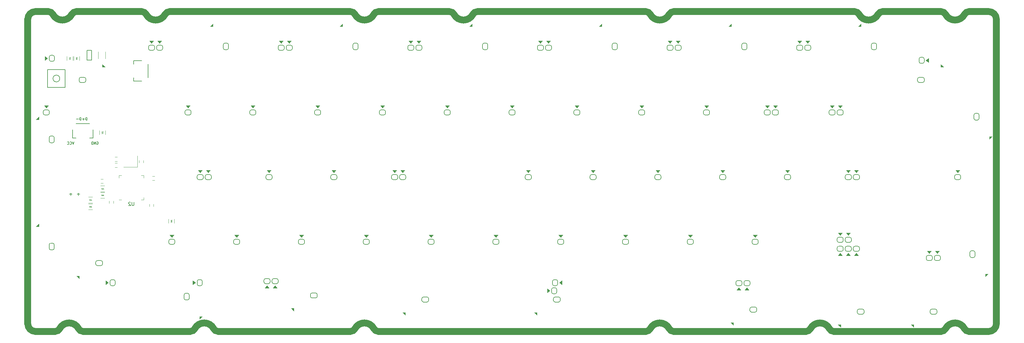
<source format=gbr>
G04 #@! TF.GenerationSoftware,KiCad,Pcbnew,(5.1.10)-1*
G04 #@! TF.CreationDate,2021-10-10T16:54:22+07:00*
G04 #@! TF.ProjectId,averange65,61766572-616e-4676-9536-352e6b696361,rev?*
G04 #@! TF.SameCoordinates,Original*
G04 #@! TF.FileFunction,Legend,Bot*
G04 #@! TF.FilePolarity,Positive*
%FSLAX46Y46*%
G04 Gerber Fmt 4.6, Leading zero omitted, Abs format (unit mm)*
G04 Created by KiCad (PCBNEW (5.1.10)-1) date 2021-10-10 16:54:22*
%MOMM*%
%LPD*%
G01*
G04 APERTURE LIST*
%ADD10C,0.187500*%
%ADD11C,2.000000*%
%ADD12C,0.120000*%
%ADD13C,0.100000*%
%ADD14C,0.150000*%
G04 APERTURE END LIST*
D10*
X17766219Y-70903995D02*
X17766219Y-70153995D01*
X17587647Y-70153995D01*
X17480505Y-70189710D01*
X17409076Y-70261138D01*
X17373362Y-70332567D01*
X17337647Y-70475424D01*
X17337647Y-70582567D01*
X17373362Y-70725424D01*
X17409076Y-70796852D01*
X17480505Y-70868281D01*
X17587647Y-70903995D01*
X17766219Y-70903995D01*
X17016219Y-70618281D02*
X16444790Y-70618281D01*
X16730505Y-70903995D02*
X16730505Y-70332567D01*
X15980274Y-70903995D02*
X15980274Y-70153995D01*
X15801702Y-70153995D01*
X15694560Y-70189710D01*
X15623131Y-70261138D01*
X15587417Y-70332567D01*
X15551702Y-70475424D01*
X15551702Y-70582567D01*
X15587417Y-70725424D01*
X15623131Y-70796852D01*
X15694560Y-70868281D01*
X15801702Y-70903995D01*
X15980274Y-70903995D01*
X15230274Y-70618281D02*
X14658845Y-70618281D01*
X20653508Y-77333490D02*
X20724937Y-77297775D01*
X20832080Y-77297775D01*
X20939222Y-77333490D01*
X21010651Y-77404918D01*
X21046365Y-77476347D01*
X21082080Y-77619204D01*
X21082080Y-77726347D01*
X21046365Y-77869204D01*
X21010651Y-77940632D01*
X20939222Y-78012061D01*
X20832080Y-78047775D01*
X20760651Y-78047775D01*
X20653508Y-78012061D01*
X20617794Y-77976347D01*
X20617794Y-77726347D01*
X20760651Y-77726347D01*
X20296365Y-78047775D02*
X20296365Y-77297775D01*
X19867794Y-78047775D01*
X19867794Y-77297775D01*
X19510651Y-78047775D02*
X19510651Y-77297775D01*
X19332080Y-77297775D01*
X19224937Y-77333490D01*
X19153508Y-77404918D01*
X19117794Y-77476347D01*
X19082080Y-77619204D01*
X19082080Y-77726347D01*
X19117794Y-77869204D01*
X19153508Y-77940632D01*
X19224937Y-78012061D01*
X19332080Y-78047775D01*
X19510651Y-78047775D01*
X13938300Y-77297775D02*
X13688300Y-78047775D01*
X13438300Y-77297775D01*
X12759728Y-77976347D02*
X12795442Y-78012061D01*
X12902585Y-78047775D01*
X12974014Y-78047775D01*
X13081157Y-78012061D01*
X13152585Y-77940632D01*
X13188300Y-77869204D01*
X13224014Y-77726347D01*
X13224014Y-77619204D01*
X13188300Y-77476347D01*
X13152585Y-77404918D01*
X13081157Y-77333490D01*
X12974014Y-77297775D01*
X12902585Y-77297775D01*
X12795442Y-77333490D01*
X12759728Y-77369204D01*
X12009728Y-77976347D02*
X12045442Y-78012061D01*
X12152585Y-78047775D01*
X12224014Y-78047775D01*
X12331157Y-78012061D01*
X12402585Y-77940632D01*
X12438300Y-77869204D01*
X12474014Y-77726347D01*
X12474014Y-77619204D01*
X12438300Y-77476347D01*
X12402585Y-77404918D01*
X12331157Y-77333490D01*
X12224014Y-77297775D01*
X12152585Y-77297775D01*
X12045442Y-77333490D01*
X12009728Y-77369204D01*
D11*
X124304601Y-38942500D02*
G75*
G02*
X125635679Y-39748951I1044J-1500000D01*
G01*
X131221822Y-39748952D02*
G75*
G02*
X132551856Y-38942500I1330034J-693548D01*
G01*
X277039856Y-133142500D02*
X282816250Y-133142500D01*
X8392645Y-133142500D02*
X2616250Y-133142500D01*
X95192645Y-133142500D02*
X56351856Y-133142500D01*
X229080645Y-133142500D02*
X190238856Y-133142500D01*
X270123679Y-132336048D02*
G75*
G02*
X268793645Y-133142500I-1330034J693548D01*
G01*
X270123677Y-132336048D02*
G75*
G02*
X275709822Y-132336048I2793073J-1456452D01*
G01*
X277039856Y-133142500D02*
G75*
G02*
X275709822Y-132336048I0J1500000D01*
G01*
X183322679Y-132336048D02*
G75*
G02*
X181992645Y-133142500I-1330034J693548D01*
G01*
X183322677Y-132336048D02*
G75*
G02*
X188908822Y-132336048I2793073J-1456452D01*
G01*
X190238856Y-133142500D02*
G75*
G02*
X188908822Y-132336048I0J1500000D01*
G01*
X103438856Y-133142500D02*
G75*
G02*
X102108822Y-132336048I0J1500000D01*
G01*
X96522677Y-132336048D02*
G75*
G02*
X102108822Y-132336048I2793073J-1456452D01*
G01*
X96522679Y-132336048D02*
G75*
G02*
X95192645Y-133142500I-1330034J693548D01*
G01*
X16638856Y-133142500D02*
G75*
G02*
X15308822Y-132336048I0J1500000D01*
G01*
X9722677Y-132336048D02*
G75*
G02*
X15308822Y-132336048I2793073J-1456452D01*
G01*
X9722679Y-132336048D02*
G75*
G02*
X8392645Y-133142500I-1330034J693548D01*
G01*
X14639356Y-38942500D02*
X33818144Y-38942500D01*
X124305644Y-38942500D02*
X103438932Y-38942500D01*
X181993720Y-38942500D02*
X132551932Y-38942500D01*
X277039532Y-38942500D02*
X282816250Y-38942500D01*
X275709497Y-39748951D02*
G75*
G02*
X270123355Y-39748951I-2793071J1456451D01*
G01*
X268793320Y-38942500D02*
G75*
G02*
X270123355Y-39748951I1J-1500000D01*
G01*
X275709498Y-39748952D02*
G75*
G02*
X277039532Y-38942500I1330034J-693548D01*
G01*
X188909897Y-39748951D02*
G75*
G02*
X183323755Y-39748951I-2793071J1456451D01*
G01*
X181993720Y-38942500D02*
G75*
G02*
X183323755Y-39748951I1J-1500000D01*
G01*
X188909898Y-39748952D02*
G75*
G02*
X190239932Y-38942500I1330034J-693548D01*
G01*
X102108897Y-39748951D02*
G75*
G02*
X96522755Y-39748951I-2793071J1456451D01*
G01*
X95192720Y-38942500D02*
G75*
G02*
X96522755Y-39748951I1J-1500000D01*
G01*
X102108898Y-39748952D02*
G75*
G02*
X103438932Y-38942500I1330034J-693548D01*
G01*
X13309321Y-39748951D02*
G75*
G02*
X7723179Y-39748951I-2793071J1456451D01*
G01*
X6393144Y-38942500D02*
G75*
G02*
X7723179Y-39748951I1J-1500000D01*
G01*
X13309322Y-39748952D02*
G75*
G02*
X14639356Y-38942500I1330034J-693548D01*
G01*
X285066250Y-130892500D02*
G75*
G02*
X282816250Y-133142500I-2250000J0D01*
G01*
X282816250Y-38942500D02*
G75*
G02*
X285066250Y-41192500I0J-2250000D01*
G01*
X250284322Y-39748952D02*
G75*
G02*
X251614356Y-38942500I1330034J-693548D01*
G01*
X230410677Y-132336048D02*
G75*
G02*
X235996822Y-132336048I2793073J-1456452D01*
G01*
X237326856Y-133142500D02*
G75*
G02*
X235996822Y-132336048I0J1500000D01*
G01*
X243368144Y-38942500D02*
G75*
G02*
X244698179Y-39748951I1J-1500000D01*
G01*
X33818144Y-38942500D02*
G75*
G02*
X35148179Y-39748951I1J-1500000D01*
G01*
X181992645Y-133142500D02*
X103438856Y-133142500D01*
X268793645Y-133142500D02*
X237326856Y-133142500D01*
X268793320Y-38942500D02*
X251614356Y-38942500D01*
X366250Y-41192500D02*
G75*
G02*
X2616250Y-38942500I2250000J0D01*
G01*
X243368144Y-38942500D02*
X190239932Y-38942500D01*
X366250Y-130892500D02*
X366250Y-41192500D01*
X40734321Y-39748951D02*
G75*
G02*
X35148179Y-39748951I-2793071J1456451D01*
G01*
X49435677Y-132336048D02*
G75*
G02*
X55021822Y-132336048I2793073J-1456452D01*
G01*
X2616250Y-133142500D02*
G75*
G02*
X366250Y-130892500I0J2250000D01*
G01*
X95192720Y-38942500D02*
X42064356Y-38942500D01*
X48105645Y-133142500D02*
X16638856Y-133142500D01*
X40734322Y-39748952D02*
G75*
G02*
X42064356Y-38942500I1330034J-693548D01*
G01*
X49435679Y-132336048D02*
G75*
G02*
X48105645Y-133142500I-1330034J693548D01*
G01*
X56351856Y-133142500D02*
G75*
G02*
X55021822Y-132336048I0J1500000D01*
G01*
X285066250Y-130892500D02*
X285066250Y-41192500D01*
X250284321Y-39748951D02*
G75*
G02*
X244698179Y-39748951I-2793071J1456451D01*
G01*
X6393144Y-38942500D02*
X2616250Y-38942500D01*
X131221821Y-39748951D02*
G75*
G02*
X125635679Y-39748951I-2793071J1456451D01*
G01*
X230410679Y-132336048D02*
G75*
G02*
X229080645Y-133142500I-1330034J693548D01*
G01*
D12*
X32559380Y-81392130D02*
X32559380Y-84692130D01*
X32559380Y-84692130D02*
X28559380Y-84692130D01*
X19364250Y-93544500D02*
X18164250Y-93544500D01*
X18164250Y-95304500D02*
X19364250Y-95304500D01*
D13*
X18914250Y-94624500D02*
X19014250Y-94224500D01*
X18814250Y-94224500D02*
X18914250Y-94624500D01*
X18614250Y-94224500D02*
X18714250Y-94624500D01*
X18414250Y-94224500D02*
X18514250Y-94624500D01*
X18514250Y-94624500D02*
X18614250Y-94224500D01*
X19014250Y-94224500D02*
X19114250Y-94624500D01*
X18714250Y-94624500D02*
X18814250Y-94224500D01*
D12*
X19364250Y-95544500D02*
X18164250Y-95544500D01*
X18164250Y-97304500D02*
X19364250Y-97304500D01*
D13*
X18914250Y-96624500D02*
X19014250Y-96224500D01*
X18814250Y-96224500D02*
X18914250Y-96624500D01*
X18614250Y-96224500D02*
X18714250Y-96624500D01*
X18414250Y-96224500D02*
X18514250Y-96624500D01*
X18514250Y-96624500D02*
X18614250Y-96224500D01*
X19014250Y-96224500D02*
X19114250Y-96624500D01*
X18714250Y-96624500D02*
X18814250Y-96224500D01*
D12*
X41696750Y-100047500D02*
X41696750Y-101247500D01*
X43456750Y-101247500D02*
X43456750Y-100047500D01*
D13*
X42776750Y-100497500D02*
X42376750Y-100397500D01*
X42376750Y-100597500D02*
X42776750Y-100497500D01*
X42376750Y-100797500D02*
X42776750Y-100697500D01*
X42376750Y-100997500D02*
X42776750Y-100897500D01*
X42776750Y-100897500D02*
X42376750Y-100797500D01*
X42376750Y-100397500D02*
X42776750Y-100297500D01*
X42776750Y-100697500D02*
X42376750Y-100597500D01*
D12*
X23200250Y-75146500D02*
X23200250Y-73946500D01*
X21440250Y-73946500D02*
X21440250Y-75146500D01*
D13*
X22120250Y-74696500D02*
X22520250Y-74796500D01*
X22520250Y-74596500D02*
X22120250Y-74696500D01*
X22520250Y-74396500D02*
X22120250Y-74496500D01*
X22520250Y-74196500D02*
X22120250Y-74296500D01*
X22120250Y-74296500D02*
X22520250Y-74396500D01*
X22520250Y-74796500D02*
X22120250Y-74896500D01*
X22120250Y-74496500D02*
X22520250Y-74596500D01*
D12*
X21714597Y-93918023D02*
X22914597Y-93918023D01*
X22914597Y-92158023D02*
X21714597Y-92158023D01*
D13*
X22164597Y-92838023D02*
X22064597Y-93238023D01*
X22264597Y-93238023D02*
X22164597Y-92838023D01*
X22464597Y-93238023D02*
X22364597Y-92838023D01*
X22664597Y-93238023D02*
X22564597Y-92838023D01*
X22564597Y-92838023D02*
X22464597Y-93238023D01*
X22064597Y-93238023D02*
X21964597Y-92838023D01*
X22364597Y-92838023D02*
X22264597Y-93238023D01*
D12*
X21714597Y-91983246D02*
X22914597Y-91983246D01*
X22914597Y-90223246D02*
X21714597Y-90223246D01*
D13*
X22164597Y-90903246D02*
X22064597Y-91303246D01*
X22264597Y-91303246D02*
X22164597Y-90903246D01*
X22464597Y-91303246D02*
X22364597Y-90903246D01*
X22664597Y-91303246D02*
X22564597Y-90903246D01*
X22564597Y-90903246D02*
X22464597Y-91303246D01*
X22064597Y-91303246D02*
X21964597Y-90903246D01*
X22364597Y-90903246D02*
X22264597Y-91303246D01*
D12*
X13844071Y-52105008D02*
X13844071Y-53305008D01*
X15604071Y-53305008D02*
X15604071Y-52105008D01*
D13*
X14924071Y-52555008D02*
X14524071Y-52455008D01*
X14524071Y-52655008D02*
X14924071Y-52555008D01*
X14524071Y-52855008D02*
X14924071Y-52755008D01*
X14524071Y-53055008D02*
X14924071Y-52955008D01*
X14924071Y-52955008D02*
X14524071Y-52855008D01*
X14524071Y-52455008D02*
X14924071Y-52355008D01*
X14924071Y-52755008D02*
X14524071Y-52655008D01*
D12*
X11858132Y-52105008D02*
X11858132Y-53305008D01*
X13618132Y-53305008D02*
X13618132Y-52105008D01*
D13*
X12938132Y-52555008D02*
X12538132Y-52455008D01*
X12538132Y-52655008D02*
X12938132Y-52555008D01*
X12538132Y-52855008D02*
X12938132Y-52755008D01*
X12538132Y-53055008D02*
X12938132Y-52955008D01*
X12938132Y-52955008D02*
X12538132Y-52855008D01*
X12538132Y-52455008D02*
X12938132Y-52355008D01*
X12938132Y-52755008D02*
X12538132Y-52655008D01*
D12*
X37656250Y-87411000D02*
X36956250Y-87411000D01*
X36956250Y-88611000D02*
X37656250Y-88611000D01*
X21815768Y-89470811D02*
X22515768Y-89470811D01*
X22515768Y-88270811D02*
X21815768Y-88270811D01*
X25954880Y-84785130D02*
X26654880Y-84785130D01*
X26654880Y-83585130D02*
X25954880Y-83585130D01*
X36150706Y-95662000D02*
X36150706Y-96362000D01*
X37350706Y-96362000D02*
X37350706Y-95662000D01*
X25954880Y-83007130D02*
X26654880Y-83007130D01*
X26654880Y-81807130D02*
X25954880Y-81807130D01*
X33134380Y-82755630D02*
X33134380Y-83455630D01*
X34334380Y-83455630D02*
X34334380Y-82755630D01*
X24323750Y-94697500D02*
X24323750Y-95397500D01*
X25523750Y-95397500D02*
X25523750Y-94697500D01*
D14*
X266110218Y-128055072D02*
X267110218Y-128055072D01*
X267610218Y-127555072D02*
X267610218Y-127055072D01*
X267110218Y-126555072D02*
X266110218Y-126555072D01*
X265610218Y-127055072D02*
X265610218Y-127555072D01*
D13*
G36*
X259960218Y-131105072D02*
G01*
X260760218Y-131105072D01*
X260760218Y-131905072D01*
X259960218Y-131105072D01*
G37*
X259960218Y-131105072D02*
X260760218Y-131105072D01*
X260760218Y-131905072D01*
X259960218Y-131105072D01*
D14*
X267610218Y-127055072D02*
G75*
G03*
X267110218Y-126555072I-500000J0D01*
G01*
X266110218Y-126555072D02*
G75*
G03*
X265610218Y-127055072I0J-500000D01*
G01*
X265610218Y-127555072D02*
G75*
G03*
X266110218Y-128055072I500000J0D01*
G01*
X267110218Y-128055072D02*
G75*
G03*
X267610218Y-127555072I0J500000D01*
G01*
X244678950Y-128055072D02*
X245678950Y-128055072D01*
X246178950Y-127555072D02*
X246178950Y-127055072D01*
X245678950Y-126555072D02*
X244678950Y-126555072D01*
X244178950Y-127055072D02*
X244178950Y-127555072D01*
D13*
G36*
X238528950Y-131105072D02*
G01*
X239328950Y-131105072D01*
X239328950Y-131905072D01*
X238528950Y-131105072D01*
G37*
X238528950Y-131105072D02*
X239328950Y-131105072D01*
X239328950Y-131905072D01*
X238528950Y-131105072D01*
D14*
X246178950Y-127055072D02*
G75*
G03*
X245678950Y-126555072I-500000J0D01*
G01*
X244678950Y-126555072D02*
G75*
G03*
X244178950Y-127055072I0J-500000D01*
G01*
X244178950Y-127555072D02*
G75*
G03*
X244678950Y-128055072I500000J0D01*
G01*
X245678950Y-128055072D02*
G75*
G03*
X246178950Y-127555072I0J500000D01*
G01*
X213127361Y-127459759D02*
X214127361Y-127459759D01*
X214627361Y-126959759D02*
X214627361Y-126459759D01*
X214127361Y-125959759D02*
X213127361Y-125959759D01*
X212627361Y-126459759D02*
X212627361Y-126959759D01*
D13*
G36*
X206977361Y-130509759D02*
G01*
X207777361Y-130509759D01*
X207777361Y-131309759D01*
X206977361Y-130509759D01*
G37*
X206977361Y-130509759D02*
X207777361Y-130509759D01*
X207777361Y-131309759D01*
X206977361Y-130509759D01*
D14*
X214627361Y-126459759D02*
G75*
G03*
X214127361Y-125959759I-500000J0D01*
G01*
X213127361Y-125959759D02*
G75*
G03*
X212627361Y-126459759I0J-500000D01*
G01*
X212627361Y-126959759D02*
G75*
G03*
X213127361Y-127459759I500000J0D01*
G01*
X214127361Y-127459759D02*
G75*
G03*
X214627361Y-126959759I0J500000D01*
G01*
X155382000Y-124483194D02*
X156382000Y-124483194D01*
X156882000Y-123983194D02*
X156882000Y-123483194D01*
X156382000Y-122983194D02*
X155382000Y-122983194D01*
X154882000Y-123483194D02*
X154882000Y-123983194D01*
D13*
G36*
X149232000Y-127533194D02*
G01*
X150032000Y-127533194D01*
X150032000Y-128333194D01*
X149232000Y-127533194D01*
G37*
X149232000Y-127533194D02*
X150032000Y-127533194D01*
X150032000Y-128333194D01*
X149232000Y-127533194D01*
D14*
X156882000Y-123483194D02*
G75*
G03*
X156382000Y-122983194I-500000J0D01*
G01*
X155382000Y-122983194D02*
G75*
G03*
X154882000Y-123483194I0J-500000D01*
G01*
X154882000Y-123983194D02*
G75*
G03*
X155382000Y-124483194I500000J0D01*
G01*
X156382000Y-124483194D02*
G75*
G03*
X156882000Y-123983194I0J500000D01*
G01*
X116686655Y-124483194D02*
X117686655Y-124483194D01*
X118186655Y-123983194D02*
X118186655Y-123483194D01*
X117686655Y-122983194D02*
X116686655Y-122983194D01*
X116186655Y-123483194D02*
X116186655Y-123983194D01*
D13*
G36*
X110536655Y-127533194D02*
G01*
X111336655Y-127533194D01*
X111336655Y-128333194D01*
X110536655Y-127533194D01*
G37*
X110536655Y-127533194D02*
X111336655Y-127533194D01*
X111336655Y-128333194D01*
X110536655Y-127533194D01*
D14*
X118186655Y-123483194D02*
G75*
G03*
X117686655Y-122983194I-500000J0D01*
G01*
X116686655Y-122983194D02*
G75*
G03*
X116186655Y-123483194I0J-500000D01*
G01*
X116186655Y-123983194D02*
G75*
G03*
X116686655Y-124483194I500000J0D01*
G01*
X117686655Y-124483194D02*
G75*
G03*
X118186655Y-123983194I0J500000D01*
G01*
X83944440Y-123292568D02*
X84944440Y-123292568D01*
X85444440Y-122792568D02*
X85444440Y-122292568D01*
X84944440Y-121792568D02*
X83944440Y-121792568D01*
X83444440Y-122292568D02*
X83444440Y-122792568D01*
D13*
G36*
X77794440Y-126342568D02*
G01*
X78594440Y-126342568D01*
X78594440Y-127142568D01*
X77794440Y-126342568D01*
G37*
X77794440Y-126342568D02*
X78594440Y-126342568D01*
X78594440Y-127142568D01*
X77794440Y-126342568D01*
D14*
X85444440Y-122292568D02*
G75*
G03*
X84944440Y-121792568I-500000J0D01*
G01*
X83944440Y-121792568D02*
G75*
G03*
X83444440Y-122292568I0J-500000D01*
G01*
X83444440Y-122792568D02*
G75*
G03*
X83944440Y-123292568I500000J0D01*
G01*
X84944440Y-123292568D02*
G75*
G03*
X85444440Y-122792568I0J500000D01*
G01*
X47807200Y-123383690D02*
X47807200Y-122383690D01*
X47307200Y-121883690D02*
X46807200Y-121883690D01*
X46307200Y-122383690D02*
X46307200Y-123383690D01*
X46807200Y-123883690D02*
X47307200Y-123883690D01*
D13*
G36*
X50857200Y-129533690D02*
G01*
X50857200Y-128733690D01*
X51657200Y-128733690D01*
X50857200Y-129533690D01*
G37*
X50857200Y-129533690D02*
X50857200Y-128733690D01*
X51657200Y-128733690D01*
X50857200Y-129533690D01*
D14*
X46807200Y-121883690D02*
G75*
G03*
X46307200Y-122383690I0J-500000D01*
G01*
X46307200Y-123383690D02*
G75*
G03*
X46807200Y-123883690I500000J0D01*
G01*
X47307200Y-123883690D02*
G75*
G03*
X47807200Y-123383690I0J500000D01*
G01*
X47807200Y-122383690D02*
G75*
G03*
X47307200Y-121883690I-500000J0D01*
G01*
X20841450Y-113768020D02*
X21841450Y-113768020D01*
X22341450Y-113268020D02*
X22341450Y-112768020D01*
X21841450Y-112268020D02*
X20841450Y-112268020D01*
X20341450Y-112768020D02*
X20341450Y-113268020D01*
D13*
G36*
X14691450Y-116818020D02*
G01*
X15491450Y-116818020D01*
X15491450Y-117618020D01*
X14691450Y-116818020D01*
G37*
X14691450Y-116818020D02*
X15491450Y-116818020D01*
X15491450Y-117618020D01*
X14691450Y-116818020D01*
D14*
X22341450Y-112768020D02*
G75*
G03*
X21841450Y-112268020I-500000J0D01*
G01*
X20841450Y-112268020D02*
G75*
G03*
X20341450Y-112768020I0J-500000D01*
G01*
X20341450Y-113268020D02*
G75*
G03*
X20841450Y-113768020I500000J0D01*
G01*
X21841450Y-113768020D02*
G75*
G03*
X22341450Y-113268020I0J500000D01*
G01*
X6644376Y-107637865D02*
X6644376Y-108637865D01*
X7144376Y-109137865D02*
X7644376Y-109137865D01*
X8144376Y-108637865D02*
X8144376Y-107637865D01*
X7644376Y-107137865D02*
X7144376Y-107137865D01*
D13*
G36*
X3594376Y-101487865D02*
G01*
X3594376Y-102287865D01*
X2794376Y-102287865D01*
X3594376Y-101487865D01*
G37*
X3594376Y-101487865D02*
X3594376Y-102287865D01*
X2794376Y-102287865D01*
X3594376Y-101487865D01*
D14*
X7644376Y-109137865D02*
G75*
G03*
X8144376Y-108637865I0J500000D01*
G01*
X8144376Y-107637865D02*
G75*
G03*
X7644376Y-107137865I-500000J0D01*
G01*
X7144376Y-107137865D02*
G75*
G03*
X6644376Y-107637865I0J-500000D01*
G01*
X6644376Y-108637865D02*
G75*
G03*
X7144376Y-109137865I500000J0D01*
G01*
X6644520Y-76086600D02*
X6644520Y-77086600D01*
X7144520Y-77586600D02*
X7644520Y-77586600D01*
X8144520Y-77086600D02*
X8144520Y-76086600D01*
X7644520Y-75586600D02*
X7144520Y-75586600D01*
D13*
G36*
X3594520Y-69936600D02*
G01*
X3594520Y-70736600D01*
X2794520Y-70736600D01*
X3594520Y-69936600D01*
G37*
X3594520Y-69936600D02*
X3594520Y-70736600D01*
X2794520Y-70736600D01*
X3594520Y-69936600D01*
D14*
X7644520Y-77586600D02*
G75*
G03*
X8144520Y-77086600I0J500000D01*
G01*
X8144520Y-76086600D02*
G75*
G03*
X7644520Y-75586600I-500000J0D01*
G01*
X7144520Y-75586600D02*
G75*
G03*
X6644520Y-76086600I0J-500000D01*
G01*
X6644520Y-77086600D02*
G75*
G03*
X7144520Y-77586600I500000J0D01*
G01*
X278788356Y-110881621D02*
X278788356Y-109881621D01*
X278288356Y-109381621D02*
X277788356Y-109381621D01*
X277288356Y-109881621D02*
X277288356Y-110881621D01*
X277788356Y-111381621D02*
X278288356Y-111381621D01*
D13*
G36*
X281838356Y-117031621D02*
G01*
X281838356Y-116231621D01*
X282638356Y-116231621D01*
X281838356Y-117031621D01*
G37*
X281838356Y-117031621D02*
X281838356Y-116231621D01*
X282638356Y-116231621D01*
X281838356Y-117031621D01*
D14*
X277788356Y-109381621D02*
G75*
G03*
X277288356Y-109881621I0J-500000D01*
G01*
X277288356Y-110881621D02*
G75*
G03*
X277788356Y-111381621I500000J0D01*
G01*
X278288356Y-111381621D02*
G75*
G03*
X278788356Y-110881621I0J500000D01*
G01*
X278788356Y-109881621D02*
G75*
G03*
X278288356Y-109381621I-500000J0D01*
G01*
X279978982Y-70400337D02*
X279978982Y-69400337D01*
X279478982Y-68900337D02*
X278978982Y-68900337D01*
X278478982Y-69400337D02*
X278478982Y-70400337D01*
X278978982Y-70900337D02*
X279478982Y-70900337D01*
D13*
G36*
X283028982Y-76550337D02*
G01*
X283028982Y-75750337D01*
X283828982Y-75750337D01*
X283028982Y-76550337D01*
G37*
X283028982Y-76550337D02*
X283028982Y-75750337D01*
X283828982Y-75750337D01*
X283028982Y-76550337D01*
D14*
X278978982Y-68900337D02*
G75*
G03*
X278478982Y-69400337I0J-500000D01*
G01*
X278478982Y-70400337D02*
G75*
G03*
X278978982Y-70900337I500000J0D01*
G01*
X279478982Y-70900337D02*
G75*
G03*
X279978982Y-70400337I0J500000D01*
G01*
X279978982Y-69400337D02*
G75*
G03*
X279478982Y-68900337I-500000J0D01*
G01*
X263400844Y-58317512D02*
X262400844Y-58317512D01*
X261900844Y-58817512D02*
X261900844Y-59317512D01*
X262400844Y-59817512D02*
X263400844Y-59817512D01*
X263900844Y-59317512D02*
X263900844Y-58817512D01*
D13*
G36*
X269550844Y-55267512D02*
G01*
X268750844Y-55267512D01*
X268750844Y-54467512D01*
X269550844Y-55267512D01*
G37*
X269550844Y-55267512D02*
X268750844Y-55267512D01*
X268750844Y-54467512D01*
X269550844Y-55267512D01*
D14*
X261900844Y-59317512D02*
G75*
G03*
X262400844Y-59817512I500000J0D01*
G01*
X263400844Y-59817512D02*
G75*
G03*
X263900844Y-59317512I0J500000D01*
G01*
X263900844Y-58817512D02*
G75*
G03*
X263400844Y-58317512I-500000J0D01*
G01*
X262400844Y-58317512D02*
G75*
G03*
X261900844Y-58817512I0J-500000D01*
G01*
X248342410Y-48702110D02*
X248342410Y-49702110D01*
X248842410Y-50202110D02*
X249342410Y-50202110D01*
X249842410Y-49702110D02*
X249842410Y-48702110D01*
X249342410Y-48202110D02*
X248842410Y-48202110D01*
D13*
G36*
X245292410Y-42552110D02*
G01*
X245292410Y-43352110D01*
X244492410Y-43352110D01*
X245292410Y-42552110D01*
G37*
X245292410Y-42552110D02*
X245292410Y-43352110D01*
X244492410Y-43352110D01*
X245292410Y-42552110D01*
D14*
X249342410Y-50202110D02*
G75*
G03*
X249842410Y-49702110I0J500000D01*
G01*
X249842410Y-48702110D02*
G75*
G03*
X249342410Y-48202110I-500000J0D01*
G01*
X248842410Y-48202110D02*
G75*
G03*
X248342410Y-48702110I0J-500000D01*
G01*
X248342410Y-49702110D02*
G75*
G03*
X248842410Y-50202110I500000J0D01*
G01*
X210242250Y-48702110D02*
X210242250Y-49702110D01*
X210742250Y-50202110D02*
X211242250Y-50202110D01*
X211742250Y-49702110D02*
X211742250Y-48702110D01*
X211242250Y-48202110D02*
X210742250Y-48202110D01*
D13*
G36*
X207192250Y-42552110D02*
G01*
X207192250Y-43352110D01*
X206392250Y-43352110D01*
X207192250Y-42552110D01*
G37*
X207192250Y-42552110D02*
X207192250Y-43352110D01*
X206392250Y-43352110D01*
X207192250Y-42552110D01*
D14*
X211242250Y-50202110D02*
G75*
G03*
X211742250Y-49702110I0J500000D01*
G01*
X211742250Y-48702110D02*
G75*
G03*
X211242250Y-48202110I-500000J0D01*
G01*
X210742250Y-48202110D02*
G75*
G03*
X210242250Y-48702110I0J-500000D01*
G01*
X210242250Y-49702110D02*
G75*
G03*
X210742250Y-50202110I500000J0D01*
G01*
X172142090Y-48702110D02*
X172142090Y-49702110D01*
X172642090Y-50202110D02*
X173142090Y-50202110D01*
X173642090Y-49702110D02*
X173642090Y-48702110D01*
X173142090Y-48202110D02*
X172642090Y-48202110D01*
D13*
G36*
X169092090Y-42552110D02*
G01*
X169092090Y-43352110D01*
X168292090Y-43352110D01*
X169092090Y-42552110D01*
G37*
X169092090Y-42552110D02*
X169092090Y-43352110D01*
X168292090Y-43352110D01*
X169092090Y-42552110D01*
D14*
X173142090Y-50202110D02*
G75*
G03*
X173642090Y-49702110I0J500000D01*
G01*
X173642090Y-48702110D02*
G75*
G03*
X173142090Y-48202110I-500000J0D01*
G01*
X172642090Y-48202110D02*
G75*
G03*
X172142090Y-48702110I0J-500000D01*
G01*
X172142090Y-49702110D02*
G75*
G03*
X172642090Y-50202110I500000J0D01*
G01*
X134041930Y-48702110D02*
X134041930Y-49702110D01*
X134541930Y-50202110D02*
X135041930Y-50202110D01*
X135541930Y-49702110D02*
X135541930Y-48702110D01*
X135041930Y-48202110D02*
X134541930Y-48202110D01*
D13*
G36*
X130991930Y-42552110D02*
G01*
X130991930Y-43352110D01*
X130191930Y-43352110D01*
X130991930Y-42552110D01*
G37*
X130991930Y-42552110D02*
X130991930Y-43352110D01*
X130191930Y-43352110D01*
X130991930Y-42552110D01*
D14*
X135041930Y-50202110D02*
G75*
G03*
X135541930Y-49702110I0J500000D01*
G01*
X135541930Y-48702110D02*
G75*
G03*
X135041930Y-48202110I-500000J0D01*
G01*
X134541930Y-48202110D02*
G75*
G03*
X134041930Y-48702110I0J-500000D01*
G01*
X134041930Y-49702110D02*
G75*
G03*
X134541930Y-50202110I500000J0D01*
G01*
X95941770Y-48702110D02*
X95941770Y-49702110D01*
X96441770Y-50202110D02*
X96941770Y-50202110D01*
X97441770Y-49702110D02*
X97441770Y-48702110D01*
X96941770Y-48202110D02*
X96441770Y-48202110D01*
D13*
G36*
X92891770Y-42552110D02*
G01*
X92891770Y-43352110D01*
X92091770Y-43352110D01*
X92891770Y-42552110D01*
G37*
X92891770Y-42552110D02*
X92891770Y-43352110D01*
X92091770Y-43352110D01*
X92891770Y-42552110D01*
D14*
X96941770Y-50202110D02*
G75*
G03*
X97441770Y-49702110I0J500000D01*
G01*
X97441770Y-48702110D02*
G75*
G03*
X96941770Y-48202110I-500000J0D01*
G01*
X96441770Y-48202110D02*
G75*
G03*
X95941770Y-48702110I0J-500000D01*
G01*
X95941770Y-49702110D02*
G75*
G03*
X96441770Y-50202110I500000J0D01*
G01*
X57841610Y-48702110D02*
X57841610Y-49702110D01*
X58341610Y-50202110D02*
X58841610Y-50202110D01*
X59341610Y-49702110D02*
X59341610Y-48702110D01*
X58841610Y-48202110D02*
X58341610Y-48202110D01*
D13*
G36*
X54791610Y-42552110D02*
G01*
X54791610Y-43352110D01*
X53991610Y-43352110D01*
X54791610Y-42552110D01*
G37*
X54791610Y-42552110D02*
X54791610Y-43352110D01*
X53991610Y-43352110D01*
X54791610Y-42552110D01*
D14*
X58841610Y-50202110D02*
G75*
G03*
X59341610Y-49702110I0J500000D01*
G01*
X59341610Y-48702110D02*
G75*
G03*
X58841610Y-48202110I-500000J0D01*
G01*
X58341610Y-48202110D02*
G75*
G03*
X57841610Y-48702110I0J-500000D01*
G01*
X57841610Y-49702110D02*
G75*
G03*
X58341610Y-50202110I500000J0D01*
G01*
X16941450Y-58317780D02*
X15941450Y-58317780D01*
X15441450Y-58817780D02*
X15441450Y-59317780D01*
X15941450Y-59817780D02*
X16941450Y-59817780D01*
X17441450Y-59317780D02*
X17441450Y-58817780D01*
D13*
G36*
X23091450Y-55267780D02*
G01*
X22291450Y-55267780D01*
X22291450Y-54467780D01*
X23091450Y-55267780D01*
G37*
X23091450Y-55267780D02*
X22291450Y-55267780D01*
X22291450Y-54467780D01*
X23091450Y-55267780D01*
D14*
X15441450Y-59317780D02*
G75*
G03*
X15941450Y-59817780I500000J0D01*
G01*
X16941450Y-59817780D02*
G75*
G03*
X17441450Y-59317780I0J500000D01*
G01*
X17441450Y-58817780D02*
G75*
G03*
X16941450Y-58317780I-500000J0D01*
G01*
X15941450Y-58317780D02*
G75*
G03*
X15441450Y-58817780I0J-500000D01*
G01*
D13*
G36*
X243919576Y-110050369D02*
G01*
X243319576Y-110850369D01*
X244519576Y-110850369D01*
X243919576Y-110050369D01*
G37*
X243919576Y-110050369D02*
X243319576Y-110850369D01*
X244519576Y-110850369D01*
X243919576Y-110050369D01*
D14*
X244819576Y-109050331D02*
X244819576Y-108550369D01*
X243519576Y-108050369D02*
X244319576Y-108050369D01*
X243019576Y-108550407D02*
X243019576Y-109050369D01*
X243519576Y-109550369D02*
X244319576Y-109550369D01*
X243019576Y-109050369D02*
G75*
G03*
X243519576Y-109550369I500000J0D01*
G01*
X243519576Y-108050369D02*
G75*
G03*
X243019576Y-108550369I0J-500000D01*
G01*
X244819576Y-108550369D02*
G75*
G03*
X244319576Y-108050369I-500000J0D01*
G01*
X244319576Y-109550369D02*
G75*
G03*
X244819576Y-109050369I0J500000D01*
G01*
D13*
G36*
X241538324Y-110050369D02*
G01*
X240938324Y-110850369D01*
X242138324Y-110850369D01*
X241538324Y-110050369D01*
G37*
X241538324Y-110050369D02*
X240938324Y-110850369D01*
X242138324Y-110850369D01*
X241538324Y-110050369D01*
D14*
X242438324Y-109050331D02*
X242438324Y-108550369D01*
X241138324Y-108050369D02*
X241938324Y-108050369D01*
X240638324Y-108550407D02*
X240638324Y-109050369D01*
X241138324Y-109550369D02*
X241938324Y-109550369D01*
X240638324Y-109050369D02*
G75*
G03*
X241138324Y-109550369I500000J0D01*
G01*
X241138324Y-108050369D02*
G75*
G03*
X240638324Y-108550369I0J-500000D01*
G01*
X242438324Y-108550369D02*
G75*
G03*
X241938324Y-108050369I-500000J0D01*
G01*
X241938324Y-109550369D02*
G75*
G03*
X242438324Y-109050369I0J500000D01*
G01*
D13*
G36*
X211772674Y-120170690D02*
G01*
X211172674Y-120970690D01*
X212372674Y-120970690D01*
X211772674Y-120170690D01*
G37*
X211772674Y-120170690D02*
X211172674Y-120970690D01*
X212372674Y-120970690D01*
X211772674Y-120170690D01*
D14*
X212672674Y-119170652D02*
X212672674Y-118670690D01*
X211372674Y-118170690D02*
X212172674Y-118170690D01*
X210872674Y-118670728D02*
X210872674Y-119170690D01*
X211372674Y-119670690D02*
X212172674Y-119670690D01*
X210872674Y-119170690D02*
G75*
G03*
X211372674Y-119670690I500000J0D01*
G01*
X211372674Y-118170690D02*
G75*
G03*
X210872674Y-118670690I0J-500000D01*
G01*
X212672674Y-118670690D02*
G75*
G03*
X212172674Y-118170690I-500000J0D01*
G01*
X212172674Y-119670690D02*
G75*
G03*
X212672674Y-119170690I0J500000D01*
G01*
D13*
G36*
X209391422Y-120170690D02*
G01*
X208791422Y-120970690D01*
X209991422Y-120970690D01*
X209391422Y-120170690D01*
G37*
X209391422Y-120170690D02*
X208791422Y-120970690D01*
X209991422Y-120970690D01*
X209391422Y-120170690D01*
D14*
X210291422Y-119170652D02*
X210291422Y-118670690D01*
X208991422Y-118170690D02*
X209791422Y-118170690D01*
X208491422Y-118670728D02*
X208491422Y-119170690D01*
X208991422Y-119670690D02*
X209791422Y-119670690D01*
X208491422Y-119170690D02*
G75*
G03*
X208991422Y-119670690I500000J0D01*
G01*
X208991422Y-118170690D02*
G75*
G03*
X208491422Y-118670690I0J-500000D01*
G01*
X210291422Y-118670690D02*
G75*
G03*
X209791422Y-118170690I-500000J0D01*
G01*
X209791422Y-119670690D02*
G75*
G03*
X210291422Y-119170690I0J500000D01*
G01*
D13*
G36*
X153832000Y-121166003D02*
G01*
X153032000Y-120566003D01*
X153032000Y-121766003D01*
X153832000Y-121166003D01*
G37*
X153832000Y-121166003D02*
X153032000Y-120566003D01*
X153032000Y-121766003D01*
X153832000Y-121166003D01*
D14*
X154832038Y-122066003D02*
X155332000Y-122066003D01*
X155832000Y-120766003D02*
X155832000Y-121566003D01*
X155331962Y-120266003D02*
X154832000Y-120266003D01*
X154332000Y-120766003D02*
X154332000Y-121566003D01*
X154832000Y-120266003D02*
G75*
G03*
X154332000Y-120766003I0J-500000D01*
G01*
X155832000Y-120766003D02*
G75*
G03*
X155332000Y-120266003I-500000J0D01*
G01*
X155332000Y-122066003D02*
G75*
G03*
X155832000Y-121566003I0J500000D01*
G01*
X154332000Y-121566003D02*
G75*
G03*
X154832000Y-122066003I500000J0D01*
G01*
D13*
G36*
X70683857Y-119575377D02*
G01*
X70083857Y-120375377D01*
X71283857Y-120375377D01*
X70683857Y-119575377D01*
G37*
X70683857Y-119575377D02*
X70083857Y-120375377D01*
X71283857Y-120375377D01*
X70683857Y-119575377D01*
D14*
X71583857Y-118575339D02*
X71583857Y-118075377D01*
X70283857Y-117575377D02*
X71083857Y-117575377D01*
X69783857Y-118075415D02*
X69783857Y-118575377D01*
X70283857Y-119075377D02*
X71083857Y-119075377D01*
X69783857Y-118575377D02*
G75*
G03*
X70283857Y-119075377I500000J0D01*
G01*
X70283857Y-117575377D02*
G75*
G03*
X69783857Y-118075377I0J-500000D01*
G01*
X71583857Y-118075377D02*
G75*
G03*
X71083857Y-117575377I-500000J0D01*
G01*
X71083857Y-119075377D02*
G75*
G03*
X71583857Y-118575377I0J500000D01*
G01*
D13*
G36*
X49652515Y-118785225D02*
G01*
X48852515Y-118185225D01*
X48852515Y-119385225D01*
X49652515Y-118785225D01*
G37*
X49652515Y-118785225D02*
X48852515Y-118185225D01*
X48852515Y-119385225D01*
X49652515Y-118785225D01*
D14*
X50652553Y-119685225D02*
X51152515Y-119685225D01*
X51652515Y-118385225D02*
X51652515Y-119185225D01*
X51152477Y-117885225D02*
X50652515Y-117885225D01*
X50152515Y-118385225D02*
X50152515Y-119185225D01*
X50652515Y-117885225D02*
G75*
G03*
X50152515Y-118385225I0J-500000D01*
G01*
X51652515Y-118385225D02*
G75*
G03*
X51152515Y-117885225I-500000J0D01*
G01*
X51152515Y-119685225D02*
G75*
G03*
X51652515Y-119185225I0J500000D01*
G01*
X50152515Y-119185225D02*
G75*
G03*
X50652515Y-119685225I500000J0D01*
G01*
D13*
G36*
X24053970Y-118785225D02*
G01*
X23253970Y-118185225D01*
X23253970Y-119385225D01*
X24053970Y-118785225D01*
G37*
X24053970Y-118785225D02*
X23253970Y-118185225D01*
X23253970Y-119385225D01*
X24053970Y-118785225D01*
D14*
X25054008Y-119685225D02*
X25553970Y-119685225D01*
X26053970Y-118385225D02*
X26053970Y-119185225D01*
X25553932Y-117885225D02*
X25053970Y-117885225D01*
X24553970Y-118385225D02*
X24553970Y-119185225D01*
X25053970Y-117885225D02*
G75*
G03*
X24553970Y-118385225I0J-500000D01*
G01*
X26053970Y-118385225D02*
G75*
G03*
X25553970Y-117885225I-500000J0D01*
G01*
X25553970Y-119685225D02*
G75*
G03*
X26053970Y-119185225I0J500000D01*
G01*
X24553970Y-119185225D02*
G75*
G03*
X25053970Y-119685225I500000J0D01*
G01*
D13*
G36*
X73064745Y-119575377D02*
G01*
X72464745Y-120375377D01*
X73664745Y-120375377D01*
X73064745Y-119575377D01*
G37*
X73064745Y-119575377D02*
X72464745Y-120375377D01*
X73664745Y-120375377D01*
X73064745Y-119575377D01*
D14*
X73964745Y-118575339D02*
X73964745Y-118075377D01*
X72664745Y-117575377D02*
X73464745Y-117575377D01*
X72164745Y-118075415D02*
X72164745Y-118575377D01*
X72664745Y-119075377D02*
X73464745Y-119075377D01*
X72164745Y-118575377D02*
G75*
G03*
X72664745Y-119075377I500000J0D01*
G01*
X72664745Y-117575377D02*
G75*
G03*
X72164745Y-118075377I0J-500000D01*
G01*
X73964745Y-118075377D02*
G75*
G03*
X73464745Y-117575377I-500000J0D01*
G01*
X73464745Y-119075377D02*
G75*
G03*
X73964745Y-118575377I0J500000D01*
G01*
D13*
G36*
X267732096Y-110255056D02*
G01*
X268332096Y-109455056D01*
X267132096Y-109455056D01*
X267732096Y-110255056D01*
G37*
X267732096Y-110255056D02*
X268332096Y-109455056D01*
X267132096Y-109455056D01*
X267732096Y-110255056D01*
D14*
X266832096Y-111255094D02*
X266832096Y-111755056D01*
X268132096Y-112255056D02*
X267332096Y-112255056D01*
X268632096Y-111755018D02*
X268632096Y-111255056D01*
X268132096Y-110755056D02*
X267332096Y-110755056D01*
X268632096Y-111255056D02*
G75*
G03*
X268132096Y-110755056I-500000J0D01*
G01*
X268132096Y-112255056D02*
G75*
G03*
X268632096Y-111755056I0J500000D01*
G01*
X266832096Y-111755056D02*
G75*
G03*
X267332096Y-112255056I500000J0D01*
G01*
X267332096Y-110755056D02*
G75*
G03*
X266832096Y-111255056I0J-500000D01*
G01*
D13*
G36*
X241538324Y-104897239D02*
G01*
X242138324Y-104097239D01*
X240938324Y-104097239D01*
X241538324Y-104897239D01*
G37*
X241538324Y-104897239D02*
X242138324Y-104097239D01*
X240938324Y-104097239D01*
X241538324Y-104897239D01*
D14*
X240638324Y-105897277D02*
X240638324Y-106397239D01*
X241938324Y-106897239D02*
X241138324Y-106897239D01*
X242438324Y-106397201D02*
X242438324Y-105897239D01*
X241938324Y-105397239D02*
X241138324Y-105397239D01*
X242438324Y-105897239D02*
G75*
G03*
X241938324Y-105397239I-500000J0D01*
G01*
X241938324Y-106897239D02*
G75*
G03*
X242438324Y-106397239I0J500000D01*
G01*
X240638324Y-106397239D02*
G75*
G03*
X241138324Y-106897239I500000J0D01*
G01*
X241138324Y-105397239D02*
G75*
G03*
X240638324Y-105897239I0J-500000D01*
G01*
D13*
G36*
X239157072Y-104897239D02*
G01*
X239757072Y-104097239D01*
X238557072Y-104097239D01*
X239157072Y-104897239D01*
G37*
X239157072Y-104897239D02*
X239757072Y-104097239D01*
X238557072Y-104097239D01*
X239157072Y-104897239D01*
D14*
X238257072Y-105897277D02*
X238257072Y-106397239D01*
X239557072Y-106897239D02*
X238757072Y-106897239D01*
X240057072Y-106397201D02*
X240057072Y-105897239D01*
X239557072Y-105397239D02*
X238757072Y-105397239D01*
X240057072Y-105897239D02*
G75*
G03*
X239557072Y-105397239I-500000J0D01*
G01*
X239557072Y-106897239D02*
G75*
G03*
X240057072Y-106397239I0J500000D01*
G01*
X238257072Y-106397239D02*
G75*
G03*
X238757072Y-106897239I500000J0D01*
G01*
X238757072Y-105397239D02*
G75*
G03*
X238257072Y-105897239I0J-500000D01*
G01*
D13*
G36*
X214154770Y-105492980D02*
G01*
X214754770Y-104692980D01*
X213554770Y-104692980D01*
X214154770Y-105492980D01*
G37*
X214154770Y-105492980D02*
X214754770Y-104692980D01*
X213554770Y-104692980D01*
X214154770Y-105492980D01*
D14*
X213254770Y-106493018D02*
X213254770Y-106992980D01*
X214554770Y-107492980D02*
X213754770Y-107492980D01*
X215054770Y-106992942D02*
X215054770Y-106492980D01*
X214554770Y-105992980D02*
X213754770Y-105992980D01*
X215054770Y-106492980D02*
G75*
G03*
X214554770Y-105992980I-500000J0D01*
G01*
X214554770Y-107492980D02*
G75*
G03*
X215054770Y-106992980I0J500000D01*
G01*
X213254770Y-106992980D02*
G75*
G03*
X213754770Y-107492980I500000J0D01*
G01*
X213754770Y-105992980D02*
G75*
G03*
X213254770Y-106492980I0J-500000D01*
G01*
D13*
G36*
X195104690Y-105492980D02*
G01*
X195704690Y-104692980D01*
X194504690Y-104692980D01*
X195104690Y-105492980D01*
G37*
X195104690Y-105492980D02*
X195704690Y-104692980D01*
X194504690Y-104692980D01*
X195104690Y-105492980D01*
D14*
X194204690Y-106493018D02*
X194204690Y-106992980D01*
X195504690Y-107492980D02*
X194704690Y-107492980D01*
X196004690Y-106992942D02*
X196004690Y-106492980D01*
X195504690Y-105992980D02*
X194704690Y-105992980D01*
X196004690Y-106492980D02*
G75*
G03*
X195504690Y-105992980I-500000J0D01*
G01*
X195504690Y-107492980D02*
G75*
G03*
X196004690Y-106992980I0J500000D01*
G01*
X194204690Y-106992980D02*
G75*
G03*
X194704690Y-107492980I500000J0D01*
G01*
X194704690Y-105992980D02*
G75*
G03*
X194204690Y-106492980I0J-500000D01*
G01*
D13*
G36*
X176054610Y-105492980D02*
G01*
X176654610Y-104692980D01*
X175454610Y-104692980D01*
X176054610Y-105492980D01*
G37*
X176054610Y-105492980D02*
X176654610Y-104692980D01*
X175454610Y-104692980D01*
X176054610Y-105492980D01*
D14*
X175154610Y-106493018D02*
X175154610Y-106992980D01*
X176454610Y-107492980D02*
X175654610Y-107492980D01*
X176954610Y-106992942D02*
X176954610Y-106492980D01*
X176454610Y-105992980D02*
X175654610Y-105992980D01*
X176954610Y-106492980D02*
G75*
G03*
X176454610Y-105992980I-500000J0D01*
G01*
X176454610Y-107492980D02*
G75*
G03*
X176954610Y-106992980I0J500000D01*
G01*
X175154610Y-106992980D02*
G75*
G03*
X175654610Y-107492980I500000J0D01*
G01*
X175654610Y-105992980D02*
G75*
G03*
X175154610Y-106492980I0J-500000D01*
G01*
D13*
G36*
X157004530Y-105492980D02*
G01*
X157604530Y-104692980D01*
X156404530Y-104692980D01*
X157004530Y-105492980D01*
G37*
X157004530Y-105492980D02*
X157604530Y-104692980D01*
X156404530Y-104692980D01*
X157004530Y-105492980D01*
D14*
X156104530Y-106493018D02*
X156104530Y-106992980D01*
X157404530Y-107492980D02*
X156604530Y-107492980D01*
X157904530Y-106992942D02*
X157904530Y-106492980D01*
X157404530Y-105992980D02*
X156604530Y-105992980D01*
X157904530Y-106492980D02*
G75*
G03*
X157404530Y-105992980I-500000J0D01*
G01*
X157404530Y-107492980D02*
G75*
G03*
X157904530Y-106992980I0J500000D01*
G01*
X156104530Y-106992980D02*
G75*
G03*
X156604530Y-107492980I500000J0D01*
G01*
X156604530Y-105992980D02*
G75*
G03*
X156104530Y-106492980I0J-500000D01*
G01*
D13*
G36*
X137954450Y-105492980D02*
G01*
X138554450Y-104692980D01*
X137354450Y-104692980D01*
X137954450Y-105492980D01*
G37*
X137954450Y-105492980D02*
X138554450Y-104692980D01*
X137354450Y-104692980D01*
X137954450Y-105492980D01*
D14*
X137054450Y-106493018D02*
X137054450Y-106992980D01*
X138354450Y-107492980D02*
X137554450Y-107492980D01*
X138854450Y-106992942D02*
X138854450Y-106492980D01*
X138354450Y-105992980D02*
X137554450Y-105992980D01*
X138854450Y-106492980D02*
G75*
G03*
X138354450Y-105992980I-500000J0D01*
G01*
X138354450Y-107492980D02*
G75*
G03*
X138854450Y-106992980I0J500000D01*
G01*
X137054450Y-106992980D02*
G75*
G03*
X137554450Y-107492980I500000J0D01*
G01*
X137554450Y-105992980D02*
G75*
G03*
X137054450Y-106492980I0J-500000D01*
G01*
D13*
G36*
X118904370Y-105492980D02*
G01*
X119504370Y-104692980D01*
X118304370Y-104692980D01*
X118904370Y-105492980D01*
G37*
X118904370Y-105492980D02*
X119504370Y-104692980D01*
X118304370Y-104692980D01*
X118904370Y-105492980D01*
D14*
X118004370Y-106493018D02*
X118004370Y-106992980D01*
X119304370Y-107492980D02*
X118504370Y-107492980D01*
X119804370Y-106992942D02*
X119804370Y-106492980D01*
X119304370Y-105992980D02*
X118504370Y-105992980D01*
X119804370Y-106492980D02*
G75*
G03*
X119304370Y-105992980I-500000J0D01*
G01*
X119304370Y-107492980D02*
G75*
G03*
X119804370Y-106992980I0J500000D01*
G01*
X118004370Y-106992980D02*
G75*
G03*
X118504370Y-107492980I500000J0D01*
G01*
X118504370Y-105992980D02*
G75*
G03*
X118004370Y-106492980I0J-500000D01*
G01*
D13*
G36*
X99854290Y-105492980D02*
G01*
X100454290Y-104692980D01*
X99254290Y-104692980D01*
X99854290Y-105492980D01*
G37*
X99854290Y-105492980D02*
X100454290Y-104692980D01*
X99254290Y-104692980D01*
X99854290Y-105492980D01*
D14*
X98954290Y-106493018D02*
X98954290Y-106992980D01*
X100254290Y-107492980D02*
X99454290Y-107492980D01*
X100754290Y-106992942D02*
X100754290Y-106492980D01*
X100254290Y-105992980D02*
X99454290Y-105992980D01*
X100754290Y-106492980D02*
G75*
G03*
X100254290Y-105992980I-500000J0D01*
G01*
X100254290Y-107492980D02*
G75*
G03*
X100754290Y-106992980I0J500000D01*
G01*
X98954290Y-106992980D02*
G75*
G03*
X99454290Y-107492980I500000J0D01*
G01*
X99454290Y-105992980D02*
G75*
G03*
X98954290Y-106492980I0J-500000D01*
G01*
D13*
G36*
X80804210Y-105492980D02*
G01*
X81404210Y-104692980D01*
X80204210Y-104692980D01*
X80804210Y-105492980D01*
G37*
X80804210Y-105492980D02*
X81404210Y-104692980D01*
X80204210Y-104692980D01*
X80804210Y-105492980D01*
D14*
X79904210Y-106493018D02*
X79904210Y-106992980D01*
X81204210Y-107492980D02*
X80404210Y-107492980D01*
X81704210Y-106992942D02*
X81704210Y-106492980D01*
X81204210Y-105992980D02*
X80404210Y-105992980D01*
X81704210Y-106492980D02*
G75*
G03*
X81204210Y-105992980I-500000J0D01*
G01*
X81204210Y-107492980D02*
G75*
G03*
X81704210Y-106992980I0J500000D01*
G01*
X79904210Y-106992980D02*
G75*
G03*
X80404210Y-107492980I500000J0D01*
G01*
X80404210Y-105992980D02*
G75*
G03*
X79904210Y-106492980I0J-500000D01*
G01*
D13*
G36*
X61754130Y-105492980D02*
G01*
X62354130Y-104692980D01*
X61154130Y-104692980D01*
X61754130Y-105492980D01*
G37*
X61754130Y-105492980D02*
X62354130Y-104692980D01*
X61154130Y-104692980D01*
X61754130Y-105492980D01*
D14*
X60854130Y-106493018D02*
X60854130Y-106992980D01*
X62154130Y-107492980D02*
X61354130Y-107492980D01*
X62654130Y-106992942D02*
X62654130Y-106492980D01*
X62154130Y-105992980D02*
X61354130Y-105992980D01*
X62654130Y-106492980D02*
G75*
G03*
X62154130Y-105992980I-500000J0D01*
G01*
X62154130Y-107492980D02*
G75*
G03*
X62654130Y-106992980I0J500000D01*
G01*
X60854130Y-106992980D02*
G75*
G03*
X61354130Y-107492980I500000J0D01*
G01*
X61354130Y-105992980D02*
G75*
G03*
X60854130Y-106492980I0J-500000D01*
G01*
D13*
G36*
X156603878Y-118784751D02*
G01*
X157403878Y-119384751D01*
X157403878Y-118184751D01*
X156603878Y-118784751D01*
G37*
X156603878Y-118784751D02*
X157403878Y-119384751D01*
X157403878Y-118184751D01*
X156603878Y-118784751D01*
D14*
X155603840Y-117884751D02*
X155103878Y-117884751D01*
X154603878Y-119184751D02*
X154603878Y-118384751D01*
X155103916Y-119684751D02*
X155603878Y-119684751D01*
X156103878Y-119184751D02*
X156103878Y-118384751D01*
X155603878Y-119684751D02*
G75*
G03*
X156103878Y-119184751I0J500000D01*
G01*
X154603878Y-119184751D02*
G75*
G03*
X155103878Y-119684751I500000J0D01*
G01*
X155103878Y-117884751D02*
G75*
G03*
X154603878Y-118384751I0J-500000D01*
G01*
X156103878Y-118384751D02*
G75*
G03*
X155603878Y-117884751I-500000J0D01*
G01*
D13*
G36*
X42704050Y-105492980D02*
G01*
X43304050Y-104692980D01*
X42104050Y-104692980D01*
X42704050Y-105492980D01*
G37*
X42704050Y-105492980D02*
X43304050Y-104692980D01*
X42104050Y-104692980D01*
X42704050Y-105492980D01*
D14*
X41804050Y-106493018D02*
X41804050Y-106992980D01*
X43104050Y-107492980D02*
X42304050Y-107492980D01*
X43604050Y-106992942D02*
X43604050Y-106492980D01*
X43104050Y-105992980D02*
X42304050Y-105992980D01*
X43604050Y-106492980D02*
G75*
G03*
X43104050Y-105992980I-500000J0D01*
G01*
X43104050Y-107492980D02*
G75*
G03*
X43604050Y-106992980I0J500000D01*
G01*
X41804050Y-106992980D02*
G75*
G03*
X42304050Y-107492980I500000J0D01*
G01*
X42304050Y-105992980D02*
G75*
G03*
X41804050Y-106492980I0J-500000D01*
G01*
D13*
G36*
X273685226Y-86442900D02*
G01*
X274285226Y-85642900D01*
X273085226Y-85642900D01*
X273685226Y-86442900D01*
G37*
X273685226Y-86442900D02*
X274285226Y-85642900D01*
X273085226Y-85642900D01*
X273685226Y-86442900D01*
D14*
X272785226Y-87442938D02*
X272785226Y-87942900D01*
X274085226Y-88442900D02*
X273285226Y-88442900D01*
X274585226Y-87942862D02*
X274585226Y-87442900D01*
X274085226Y-86942900D02*
X273285226Y-86942900D01*
X274585226Y-87442900D02*
G75*
G03*
X274085226Y-86942900I-500000J0D01*
G01*
X274085226Y-88442900D02*
G75*
G03*
X274585226Y-87942900I0J500000D01*
G01*
X272785226Y-87942900D02*
G75*
G03*
X273285226Y-88442900I500000J0D01*
G01*
X273285226Y-86942900D02*
G75*
G03*
X272785226Y-87442900I0J-500000D01*
G01*
D13*
G36*
X241539260Y-86442900D02*
G01*
X242139260Y-85642900D01*
X240939260Y-85642900D01*
X241539260Y-86442900D01*
G37*
X241539260Y-86442900D02*
X242139260Y-85642900D01*
X240939260Y-85642900D01*
X241539260Y-86442900D01*
D14*
X240639260Y-87442938D02*
X240639260Y-87942900D01*
X241939260Y-88442900D02*
X241139260Y-88442900D01*
X242439260Y-87942862D02*
X242439260Y-87442900D01*
X241939260Y-86942900D02*
X241139260Y-86942900D01*
X242439260Y-87442900D02*
G75*
G03*
X241939260Y-86942900I-500000J0D01*
G01*
X241939260Y-88442900D02*
G75*
G03*
X242439260Y-87942900I0J500000D01*
G01*
X240639260Y-87942900D02*
G75*
G03*
X241139260Y-88442900I500000J0D01*
G01*
X241139260Y-86942900D02*
G75*
G03*
X240639260Y-87442900I0J-500000D01*
G01*
D13*
G36*
X223679810Y-86442900D02*
G01*
X224279810Y-85642900D01*
X223079810Y-85642900D01*
X223679810Y-86442900D01*
G37*
X223679810Y-86442900D02*
X224279810Y-85642900D01*
X223079810Y-85642900D01*
X223679810Y-86442900D01*
D14*
X222779810Y-87442938D02*
X222779810Y-87942900D01*
X224079810Y-88442900D02*
X223279810Y-88442900D01*
X224579810Y-87942862D02*
X224579810Y-87442900D01*
X224079810Y-86942900D02*
X223279810Y-86942900D01*
X224579810Y-87442900D02*
G75*
G03*
X224079810Y-86942900I-500000J0D01*
G01*
X224079810Y-88442900D02*
G75*
G03*
X224579810Y-87942900I0J500000D01*
G01*
X222779810Y-87942900D02*
G75*
G03*
X223279810Y-88442900I500000J0D01*
G01*
X223279810Y-86942900D02*
G75*
G03*
X222779810Y-87442900I0J-500000D01*
G01*
D13*
G36*
X204629730Y-86442900D02*
G01*
X205229730Y-85642900D01*
X204029730Y-85642900D01*
X204629730Y-86442900D01*
G37*
X204629730Y-86442900D02*
X205229730Y-85642900D01*
X204029730Y-85642900D01*
X204629730Y-86442900D01*
D14*
X203729730Y-87442938D02*
X203729730Y-87942900D01*
X205029730Y-88442900D02*
X204229730Y-88442900D01*
X205529730Y-87942862D02*
X205529730Y-87442900D01*
X205029730Y-86942900D02*
X204229730Y-86942900D01*
X205529730Y-87442900D02*
G75*
G03*
X205029730Y-86942900I-500000J0D01*
G01*
X205029730Y-88442900D02*
G75*
G03*
X205529730Y-87942900I0J500000D01*
G01*
X203729730Y-87942900D02*
G75*
G03*
X204229730Y-88442900I500000J0D01*
G01*
X204229730Y-86942900D02*
G75*
G03*
X203729730Y-87442900I0J-500000D01*
G01*
D13*
G36*
X185579650Y-86442900D02*
G01*
X186179650Y-85642900D01*
X184979650Y-85642900D01*
X185579650Y-86442900D01*
G37*
X185579650Y-86442900D02*
X186179650Y-85642900D01*
X184979650Y-85642900D01*
X185579650Y-86442900D01*
D14*
X184679650Y-87442938D02*
X184679650Y-87942900D01*
X185979650Y-88442900D02*
X185179650Y-88442900D01*
X186479650Y-87942862D02*
X186479650Y-87442900D01*
X185979650Y-86942900D02*
X185179650Y-86942900D01*
X186479650Y-87442900D02*
G75*
G03*
X185979650Y-86942900I-500000J0D01*
G01*
X185979650Y-88442900D02*
G75*
G03*
X186479650Y-87942900I0J500000D01*
G01*
X184679650Y-87942900D02*
G75*
G03*
X185179650Y-88442900I500000J0D01*
G01*
X185179650Y-86942900D02*
G75*
G03*
X184679650Y-87442900I0J-500000D01*
G01*
D13*
G36*
X166529570Y-86442900D02*
G01*
X167129570Y-85642900D01*
X165929570Y-85642900D01*
X166529570Y-86442900D01*
G37*
X166529570Y-86442900D02*
X167129570Y-85642900D01*
X165929570Y-85642900D01*
X166529570Y-86442900D01*
D14*
X165629570Y-87442938D02*
X165629570Y-87942900D01*
X166929570Y-88442900D02*
X166129570Y-88442900D01*
X167429570Y-87942862D02*
X167429570Y-87442900D01*
X166929570Y-86942900D02*
X166129570Y-86942900D01*
X167429570Y-87442900D02*
G75*
G03*
X166929570Y-86942900I-500000J0D01*
G01*
X166929570Y-88442900D02*
G75*
G03*
X167429570Y-87942900I0J500000D01*
G01*
X165629570Y-87942900D02*
G75*
G03*
X166129570Y-88442900I500000J0D01*
G01*
X166129570Y-86942900D02*
G75*
G03*
X165629570Y-87442900I0J-500000D01*
G01*
D13*
G36*
X147479490Y-86442900D02*
G01*
X148079490Y-85642900D01*
X146879490Y-85642900D01*
X147479490Y-86442900D01*
G37*
X147479490Y-86442900D02*
X148079490Y-85642900D01*
X146879490Y-85642900D01*
X147479490Y-86442900D01*
D14*
X146579490Y-87442938D02*
X146579490Y-87942900D01*
X147879490Y-88442900D02*
X147079490Y-88442900D01*
X148379490Y-87942862D02*
X148379490Y-87442900D01*
X147879490Y-86942900D02*
X147079490Y-86942900D01*
X148379490Y-87442900D02*
G75*
G03*
X147879490Y-86942900I-500000J0D01*
G01*
X147879490Y-88442900D02*
G75*
G03*
X148379490Y-87942900I0J500000D01*
G01*
X146579490Y-87942900D02*
G75*
G03*
X147079490Y-88442900I500000J0D01*
G01*
X147079490Y-86942900D02*
G75*
G03*
X146579490Y-87442900I0J-500000D01*
G01*
D13*
G36*
X110569464Y-86442500D02*
G01*
X111169464Y-85642500D01*
X109969464Y-85642500D01*
X110569464Y-86442500D01*
G37*
X110569464Y-86442500D02*
X111169464Y-85642500D01*
X109969464Y-85642500D01*
X110569464Y-86442500D01*
D14*
X109669464Y-87442538D02*
X109669464Y-87942500D01*
X110969464Y-88442500D02*
X110169464Y-88442500D01*
X111469464Y-87942462D02*
X111469464Y-87442500D01*
X110969464Y-86942500D02*
X110169464Y-86942500D01*
X111469464Y-87442500D02*
G75*
G03*
X110969464Y-86942500I-500000J0D01*
G01*
X110969464Y-88442500D02*
G75*
G03*
X111469464Y-87942500I0J500000D01*
G01*
X109669464Y-87942500D02*
G75*
G03*
X110169464Y-88442500I500000J0D01*
G01*
X110169464Y-86942500D02*
G75*
G03*
X109669464Y-87442500I0J-500000D01*
G01*
D13*
G36*
X108188212Y-86442500D02*
G01*
X108788212Y-85642500D01*
X107588212Y-85642500D01*
X108188212Y-86442500D01*
G37*
X108188212Y-86442500D02*
X108788212Y-85642500D01*
X107588212Y-85642500D01*
X108188212Y-86442500D01*
D14*
X107288212Y-87442538D02*
X107288212Y-87942500D01*
X108588212Y-88442500D02*
X107788212Y-88442500D01*
X109088212Y-87942462D02*
X109088212Y-87442500D01*
X108588212Y-86942500D02*
X107788212Y-86942500D01*
X109088212Y-87442500D02*
G75*
G03*
X108588212Y-86942500I-500000J0D01*
G01*
X108588212Y-88442500D02*
G75*
G03*
X109088212Y-87942500I0J500000D01*
G01*
X107288212Y-87942500D02*
G75*
G03*
X107788212Y-88442500I500000J0D01*
G01*
X107788212Y-86942500D02*
G75*
G03*
X107288212Y-87442500I0J-500000D01*
G01*
D13*
G36*
X90329250Y-86442900D02*
G01*
X90929250Y-85642900D01*
X89729250Y-85642900D01*
X90329250Y-86442900D01*
G37*
X90329250Y-86442900D02*
X90929250Y-85642900D01*
X89729250Y-85642900D01*
X90329250Y-86442900D01*
D14*
X89429250Y-87442938D02*
X89429250Y-87942900D01*
X90729250Y-88442900D02*
X89929250Y-88442900D01*
X91229250Y-87942862D02*
X91229250Y-87442900D01*
X90729250Y-86942900D02*
X89929250Y-86942900D01*
X91229250Y-87442900D02*
G75*
G03*
X90729250Y-86942900I-500000J0D01*
G01*
X90729250Y-88442900D02*
G75*
G03*
X91229250Y-87942900I0J500000D01*
G01*
X89429250Y-87942900D02*
G75*
G03*
X89929250Y-88442900I500000J0D01*
G01*
X89929250Y-86942900D02*
G75*
G03*
X89429250Y-87442900I0J-500000D01*
G01*
D13*
G36*
X71279170Y-86442900D02*
G01*
X71879170Y-85642900D01*
X70679170Y-85642900D01*
X71279170Y-86442900D01*
G37*
X71279170Y-86442900D02*
X71879170Y-85642900D01*
X70679170Y-85642900D01*
X71279170Y-86442900D01*
D14*
X70379170Y-87442938D02*
X70379170Y-87942900D01*
X71679170Y-88442900D02*
X70879170Y-88442900D01*
X72179170Y-87942862D02*
X72179170Y-87442900D01*
X71679170Y-86942900D02*
X70879170Y-86942900D01*
X72179170Y-87442900D02*
G75*
G03*
X71679170Y-86942900I-500000J0D01*
G01*
X71679170Y-88442900D02*
G75*
G03*
X72179170Y-87942900I0J500000D01*
G01*
X70379170Y-87942900D02*
G75*
G03*
X70879170Y-88442900I500000J0D01*
G01*
X70879170Y-86942900D02*
G75*
G03*
X70379170Y-87442900I0J-500000D01*
G01*
D13*
G36*
X51038125Y-86442500D02*
G01*
X51638125Y-85642500D01*
X50438125Y-85642500D01*
X51038125Y-86442500D01*
G37*
X51038125Y-86442500D02*
X51638125Y-85642500D01*
X50438125Y-85642500D01*
X51038125Y-86442500D01*
D14*
X50138125Y-87442538D02*
X50138125Y-87942500D01*
X51438125Y-88442500D02*
X50638125Y-88442500D01*
X51938125Y-87942462D02*
X51938125Y-87442500D01*
X51438125Y-86942500D02*
X50638125Y-86942500D01*
X51938125Y-87442500D02*
G75*
G03*
X51438125Y-86942500I-500000J0D01*
G01*
X51438125Y-88442500D02*
G75*
G03*
X51938125Y-87942500I0J500000D01*
G01*
X50138125Y-87942500D02*
G75*
G03*
X50638125Y-88442500I500000J0D01*
G01*
X50638125Y-86942500D02*
G75*
G03*
X50138125Y-87442500I0J-500000D01*
G01*
D13*
G36*
X265350844Y-110255056D02*
G01*
X265950844Y-109455056D01*
X264750844Y-109455056D01*
X265350844Y-110255056D01*
G37*
X265350844Y-110255056D02*
X265950844Y-109455056D01*
X264750844Y-109455056D01*
X265350844Y-110255056D01*
D14*
X264450844Y-111255094D02*
X264450844Y-111755056D01*
X265750844Y-112255056D02*
X264950844Y-112255056D01*
X266250844Y-111755018D02*
X266250844Y-111255056D01*
X265750844Y-110755056D02*
X264950844Y-110755056D01*
X266250844Y-111255056D02*
G75*
G03*
X265750844Y-110755056I-500000J0D01*
G01*
X265750844Y-112255056D02*
G75*
G03*
X266250844Y-111755056I0J500000D01*
G01*
X264450844Y-111755056D02*
G75*
G03*
X264950844Y-112255056I500000J0D01*
G01*
X264950844Y-110755056D02*
G75*
G03*
X264450844Y-111255056I0J-500000D01*
G01*
D13*
G36*
X243920520Y-86442900D02*
G01*
X244520520Y-85642900D01*
X243320520Y-85642900D01*
X243920520Y-86442900D01*
G37*
X243920520Y-86442900D02*
X244520520Y-85642900D01*
X243320520Y-85642900D01*
X243920520Y-86442900D01*
D14*
X243020520Y-87442938D02*
X243020520Y-87942900D01*
X244320520Y-88442900D02*
X243520520Y-88442900D01*
X244820520Y-87942862D02*
X244820520Y-87442900D01*
X244320520Y-86942900D02*
X243520520Y-86942900D01*
X244820520Y-87442900D02*
G75*
G03*
X244320520Y-86942900I-500000J0D01*
G01*
X244320520Y-88442900D02*
G75*
G03*
X244820520Y-87942900I0J500000D01*
G01*
X243020520Y-87942900D02*
G75*
G03*
X243520520Y-88442900I500000J0D01*
G01*
X243520520Y-86942900D02*
G75*
G03*
X243020520Y-87442900I0J-500000D01*
G01*
D13*
G36*
X53419375Y-86442500D02*
G01*
X54019375Y-85642500D01*
X52819375Y-85642500D01*
X53419375Y-86442500D01*
G37*
X53419375Y-86442500D02*
X54019375Y-85642500D01*
X52819375Y-85642500D01*
X53419375Y-86442500D01*
D14*
X52519375Y-87442538D02*
X52519375Y-87942500D01*
X53819375Y-88442500D02*
X53019375Y-88442500D01*
X54319375Y-87942462D02*
X54319375Y-87442500D01*
X53819375Y-86942500D02*
X53019375Y-86942500D01*
X54319375Y-87442500D02*
G75*
G03*
X53819375Y-86942500I-500000J0D01*
G01*
X53819375Y-88442500D02*
G75*
G03*
X54319375Y-87942500I0J500000D01*
G01*
X52519375Y-87942500D02*
G75*
G03*
X53019375Y-88442500I500000J0D01*
G01*
X53019375Y-86942500D02*
G75*
G03*
X52519375Y-87442500I0J-500000D01*
G01*
D13*
G36*
X239157100Y-67392500D02*
G01*
X239757100Y-66592500D01*
X238557100Y-66592500D01*
X239157100Y-67392500D01*
G37*
X239157100Y-67392500D02*
X239757100Y-66592500D01*
X238557100Y-66592500D01*
X239157100Y-67392500D01*
D14*
X238257100Y-68392538D02*
X238257100Y-68892500D01*
X239557100Y-69392500D02*
X238757100Y-69392500D01*
X240057100Y-68892462D02*
X240057100Y-68392500D01*
X239557100Y-67892500D02*
X238757100Y-67892500D01*
X240057100Y-68392500D02*
G75*
G03*
X239557100Y-67892500I-500000J0D01*
G01*
X239557100Y-69392500D02*
G75*
G03*
X240057100Y-68892500I0J500000D01*
G01*
X238257100Y-68892500D02*
G75*
G03*
X238757100Y-69392500I500000J0D01*
G01*
X238757100Y-67892500D02*
G75*
G03*
X238257100Y-68392500I0J-500000D01*
G01*
D13*
G36*
X220107920Y-67392820D02*
G01*
X220707920Y-66592820D01*
X219507920Y-66592820D01*
X220107920Y-67392820D01*
G37*
X220107920Y-67392820D02*
X220707920Y-66592820D01*
X219507920Y-66592820D01*
X220107920Y-67392820D01*
D14*
X219207920Y-68392858D02*
X219207920Y-68892820D01*
X220507920Y-69392820D02*
X219707920Y-69392820D01*
X221007920Y-68892782D02*
X221007920Y-68392820D01*
X220507920Y-67892820D02*
X219707920Y-67892820D01*
X221007920Y-68392820D02*
G75*
G03*
X220507920Y-67892820I-500000J0D01*
G01*
X220507920Y-69392820D02*
G75*
G03*
X221007920Y-68892820I0J500000D01*
G01*
X219207920Y-68892820D02*
G75*
G03*
X219707920Y-69392820I500000J0D01*
G01*
X219707920Y-67892820D02*
G75*
G03*
X219207920Y-68392820I0J-500000D01*
G01*
D13*
G36*
X217726660Y-67392820D02*
G01*
X218326660Y-66592820D01*
X217126660Y-66592820D01*
X217726660Y-67392820D01*
G37*
X217726660Y-67392820D02*
X218326660Y-66592820D01*
X217126660Y-66592820D01*
X217726660Y-67392820D01*
D14*
X216826660Y-68392858D02*
X216826660Y-68892820D01*
X218126660Y-69392820D02*
X217326660Y-69392820D01*
X218626660Y-68892782D02*
X218626660Y-68392820D01*
X218126660Y-67892820D02*
X217326660Y-67892820D01*
X218626660Y-68392820D02*
G75*
G03*
X218126660Y-67892820I-500000J0D01*
G01*
X218126660Y-69392820D02*
G75*
G03*
X218626660Y-68892820I0J500000D01*
G01*
X216826660Y-68892820D02*
G75*
G03*
X217326660Y-69392820I500000J0D01*
G01*
X217326660Y-67892820D02*
G75*
G03*
X216826660Y-68392820I0J-500000D01*
G01*
D13*
G36*
X199867210Y-67392820D02*
G01*
X200467210Y-66592820D01*
X199267210Y-66592820D01*
X199867210Y-67392820D01*
G37*
X199867210Y-67392820D02*
X200467210Y-66592820D01*
X199267210Y-66592820D01*
X199867210Y-67392820D01*
D14*
X198967210Y-68392858D02*
X198967210Y-68892820D01*
X200267210Y-69392820D02*
X199467210Y-69392820D01*
X200767210Y-68892782D02*
X200767210Y-68392820D01*
X200267210Y-67892820D02*
X199467210Y-67892820D01*
X200767210Y-68392820D02*
G75*
G03*
X200267210Y-67892820I-500000J0D01*
G01*
X200267210Y-69392820D02*
G75*
G03*
X200767210Y-68892820I0J500000D01*
G01*
X198967210Y-68892820D02*
G75*
G03*
X199467210Y-69392820I500000J0D01*
G01*
X199467210Y-67892820D02*
G75*
G03*
X198967210Y-68392820I0J-500000D01*
G01*
D13*
G36*
X180816426Y-67392500D02*
G01*
X181416426Y-66592500D01*
X180216426Y-66592500D01*
X180816426Y-67392500D01*
G37*
X180816426Y-67392500D02*
X181416426Y-66592500D01*
X180216426Y-66592500D01*
X180816426Y-67392500D01*
D14*
X179916426Y-68392538D02*
X179916426Y-68892500D01*
X181216426Y-69392500D02*
X180416426Y-69392500D01*
X181716426Y-68892462D02*
X181716426Y-68392500D01*
X181216426Y-67892500D02*
X180416426Y-67892500D01*
X181716426Y-68392500D02*
G75*
G03*
X181216426Y-67892500I-500000J0D01*
G01*
X181216426Y-69392500D02*
G75*
G03*
X181716426Y-68892500I0J500000D01*
G01*
X179916426Y-68892500D02*
G75*
G03*
X180416426Y-69392500I500000J0D01*
G01*
X180416426Y-67892500D02*
G75*
G03*
X179916426Y-68392500I0J-500000D01*
G01*
D13*
G36*
X161767050Y-67392820D02*
G01*
X162367050Y-66592820D01*
X161167050Y-66592820D01*
X161767050Y-67392820D01*
G37*
X161767050Y-67392820D02*
X162367050Y-66592820D01*
X161167050Y-66592820D01*
X161767050Y-67392820D01*
D14*
X160867050Y-68392858D02*
X160867050Y-68892820D01*
X162167050Y-69392820D02*
X161367050Y-69392820D01*
X162667050Y-68892782D02*
X162667050Y-68392820D01*
X162167050Y-67892820D02*
X161367050Y-67892820D01*
X162667050Y-68392820D02*
G75*
G03*
X162167050Y-67892820I-500000J0D01*
G01*
X162167050Y-69392820D02*
G75*
G03*
X162667050Y-68892820I0J500000D01*
G01*
X160867050Y-68892820D02*
G75*
G03*
X161367050Y-69392820I500000J0D01*
G01*
X161367050Y-67892820D02*
G75*
G03*
X160867050Y-68392820I0J-500000D01*
G01*
D13*
G36*
X142716394Y-67392500D02*
G01*
X143316394Y-66592500D01*
X142116394Y-66592500D01*
X142716394Y-67392500D01*
G37*
X142716394Y-67392500D02*
X143316394Y-66592500D01*
X142116394Y-66592500D01*
X142716394Y-67392500D01*
D14*
X141816394Y-68392538D02*
X141816394Y-68892500D01*
X143116394Y-69392500D02*
X142316394Y-69392500D01*
X143616394Y-68892462D02*
X143616394Y-68392500D01*
X143116394Y-67892500D02*
X142316394Y-67892500D01*
X143616394Y-68392500D02*
G75*
G03*
X143116394Y-67892500I-500000J0D01*
G01*
X143116394Y-69392500D02*
G75*
G03*
X143616394Y-68892500I0J500000D01*
G01*
X141816394Y-68892500D02*
G75*
G03*
X142316394Y-69392500I500000J0D01*
G01*
X142316394Y-67892500D02*
G75*
G03*
X141816394Y-68392500I0J-500000D01*
G01*
D13*
G36*
X123666378Y-67392500D02*
G01*
X124266378Y-66592500D01*
X123066378Y-66592500D01*
X123666378Y-67392500D01*
G37*
X123666378Y-67392500D02*
X124266378Y-66592500D01*
X123066378Y-66592500D01*
X123666378Y-67392500D01*
D14*
X122766378Y-68392538D02*
X122766378Y-68892500D01*
X124066378Y-69392500D02*
X123266378Y-69392500D01*
X124566378Y-68892462D02*
X124566378Y-68392500D01*
X124066378Y-67892500D02*
X123266378Y-67892500D01*
X124566378Y-68392500D02*
G75*
G03*
X124066378Y-67892500I-500000J0D01*
G01*
X124066378Y-69392500D02*
G75*
G03*
X124566378Y-68892500I0J500000D01*
G01*
X122766378Y-68892500D02*
G75*
G03*
X123266378Y-69392500I500000J0D01*
G01*
X123266378Y-67892500D02*
G75*
G03*
X122766378Y-68392500I0J-500000D01*
G01*
D13*
G36*
X104616362Y-67392500D02*
G01*
X105216362Y-66592500D01*
X104016362Y-66592500D01*
X104616362Y-67392500D01*
G37*
X104616362Y-67392500D02*
X105216362Y-66592500D01*
X104016362Y-66592500D01*
X104616362Y-67392500D01*
D14*
X103716362Y-68392538D02*
X103716362Y-68892500D01*
X105016362Y-69392500D02*
X104216362Y-69392500D01*
X105516362Y-68892462D02*
X105516362Y-68392500D01*
X105016362Y-67892500D02*
X104216362Y-67892500D01*
X105516362Y-68392500D02*
G75*
G03*
X105016362Y-67892500I-500000J0D01*
G01*
X105016362Y-69392500D02*
G75*
G03*
X105516362Y-68892500I0J500000D01*
G01*
X103716362Y-68892500D02*
G75*
G03*
X104216362Y-69392500I500000J0D01*
G01*
X104216362Y-67892500D02*
G75*
G03*
X103716362Y-68392500I0J-500000D01*
G01*
D13*
G36*
X85566346Y-67392500D02*
G01*
X86166346Y-66592500D01*
X84966346Y-66592500D01*
X85566346Y-67392500D01*
G37*
X85566346Y-67392500D02*
X86166346Y-66592500D01*
X84966346Y-66592500D01*
X85566346Y-67392500D01*
D14*
X84666346Y-68392538D02*
X84666346Y-68892500D01*
X85966346Y-69392500D02*
X85166346Y-69392500D01*
X86466346Y-68892462D02*
X86466346Y-68392500D01*
X85966346Y-67892500D02*
X85166346Y-67892500D01*
X86466346Y-68392500D02*
G75*
G03*
X85966346Y-67892500I-500000J0D01*
G01*
X85966346Y-69392500D02*
G75*
G03*
X86466346Y-68892500I0J500000D01*
G01*
X84666346Y-68892500D02*
G75*
G03*
X85166346Y-69392500I500000J0D01*
G01*
X85166346Y-67892500D02*
G75*
G03*
X84666346Y-68392500I0J-500000D01*
G01*
D13*
G36*
X66516330Y-67392500D02*
G01*
X67116330Y-66592500D01*
X65916330Y-66592500D01*
X66516330Y-67392500D01*
G37*
X66516330Y-67392500D02*
X67116330Y-66592500D01*
X65916330Y-66592500D01*
X66516330Y-67392500D01*
D14*
X65616330Y-68392538D02*
X65616330Y-68892500D01*
X66916330Y-69392500D02*
X66116330Y-69392500D01*
X67416330Y-68892462D02*
X67416330Y-68392500D01*
X66916330Y-67892500D02*
X66116330Y-67892500D01*
X67416330Y-68392500D02*
G75*
G03*
X66916330Y-67892500I-500000J0D01*
G01*
X66916330Y-69392500D02*
G75*
G03*
X67416330Y-68892500I0J500000D01*
G01*
X65616330Y-68892500D02*
G75*
G03*
X66116330Y-69392500I500000J0D01*
G01*
X66116330Y-67892500D02*
G75*
G03*
X65616330Y-68392500I0J-500000D01*
G01*
D13*
G36*
X47466570Y-67392820D02*
G01*
X48066570Y-66592820D01*
X46866570Y-66592820D01*
X47466570Y-67392820D01*
G37*
X47466570Y-67392820D02*
X48066570Y-66592820D01*
X46866570Y-66592820D01*
X47466570Y-67392820D01*
D14*
X46566570Y-68392858D02*
X46566570Y-68892820D01*
X47866570Y-69392820D02*
X47066570Y-69392820D01*
X48366570Y-68892782D02*
X48366570Y-68392820D01*
X47866570Y-67892820D02*
X47066570Y-67892820D01*
X48366570Y-68392820D02*
G75*
G03*
X47866570Y-67892820I-500000J0D01*
G01*
X47866570Y-69392820D02*
G75*
G03*
X48366570Y-68892820I0J500000D01*
G01*
X46566570Y-68892820D02*
G75*
G03*
X47066570Y-69392820I500000J0D01*
G01*
X47066570Y-67892820D02*
G75*
G03*
X46566570Y-68392820I0J-500000D01*
G01*
D13*
G36*
X5794520Y-67392820D02*
G01*
X6394520Y-66592820D01*
X5194520Y-66592820D01*
X5794520Y-67392820D01*
G37*
X5794520Y-67392820D02*
X6394520Y-66592820D01*
X5194520Y-66592820D01*
X5794520Y-67392820D01*
D14*
X4894520Y-68392858D02*
X4894520Y-68892820D01*
X6194520Y-69392820D02*
X5394520Y-69392820D01*
X6694520Y-68892782D02*
X6694520Y-68392820D01*
X6194520Y-67892820D02*
X5394520Y-67892820D01*
X6694520Y-68392820D02*
G75*
G03*
X6194520Y-67892820I-500000J0D01*
G01*
X6194520Y-69392820D02*
G75*
G03*
X6694520Y-68892820I0J500000D01*
G01*
X4894520Y-68892820D02*
G75*
G03*
X5394520Y-69392820I500000J0D01*
G01*
X5394520Y-67892820D02*
G75*
G03*
X4894520Y-68392820I0J-500000D01*
G01*
D13*
G36*
X239157072Y-110050369D02*
G01*
X238557072Y-110850369D01*
X239757072Y-110850369D01*
X239157072Y-110050369D01*
G37*
X239157072Y-110050369D02*
X238557072Y-110850369D01*
X239757072Y-110850369D01*
X239157072Y-110050369D01*
D14*
X240057072Y-109050331D02*
X240057072Y-108550369D01*
X238757072Y-108050369D02*
X239557072Y-108050369D01*
X238257072Y-108550407D02*
X238257072Y-109050369D01*
X238757072Y-109550369D02*
X239557072Y-109550369D01*
X238257072Y-109050369D02*
G75*
G03*
X238757072Y-109550369I500000J0D01*
G01*
X238757072Y-108050369D02*
G75*
G03*
X238257072Y-108550369I0J-500000D01*
G01*
X240057072Y-108550369D02*
G75*
G03*
X239557072Y-108050369I-500000J0D01*
G01*
X239557072Y-109550369D02*
G75*
G03*
X240057072Y-109050369I0J500000D01*
G01*
D13*
G36*
X264355531Y-53300321D02*
G01*
X265155531Y-53900321D01*
X265155531Y-52700321D01*
X264355531Y-53300321D01*
G37*
X264355531Y-53300321D02*
X265155531Y-53900321D01*
X265155531Y-52700321D01*
X264355531Y-53300321D01*
D14*
X263355493Y-52400321D02*
X262855531Y-52400321D01*
X262355531Y-53700321D02*
X262355531Y-52900321D01*
X262855569Y-54200321D02*
X263355531Y-54200321D01*
X263855531Y-53700321D02*
X263855531Y-52900321D01*
X263355531Y-54200321D02*
G75*
G03*
X263855531Y-53700321I0J500000D01*
G01*
X262355531Y-53700321D02*
G75*
G03*
X262855531Y-54200321I500000J0D01*
G01*
X262855531Y-52400321D02*
G75*
G03*
X262355531Y-52900321I0J-500000D01*
G01*
X263855531Y-52900321D02*
G75*
G03*
X263355531Y-52400321I-500000J0D01*
G01*
D13*
G36*
X236776740Y-67392820D02*
G01*
X237376740Y-66592820D01*
X236176740Y-66592820D01*
X236776740Y-67392820D01*
G37*
X236776740Y-67392820D02*
X237376740Y-66592820D01*
X236176740Y-66592820D01*
X236776740Y-67392820D01*
D14*
X235876740Y-68392858D02*
X235876740Y-68892820D01*
X237176740Y-69392820D02*
X236376740Y-69392820D01*
X237676740Y-68892782D02*
X237676740Y-68392820D01*
X237176740Y-67892820D02*
X236376740Y-67892820D01*
X237676740Y-68392820D02*
G75*
G03*
X237176740Y-67892820I-500000J0D01*
G01*
X237176740Y-69392820D02*
G75*
G03*
X237676740Y-68892820I0J500000D01*
G01*
X235876740Y-68892820D02*
G75*
G03*
X236376740Y-69392820I500000J0D01*
G01*
X236376740Y-67892820D02*
G75*
G03*
X235876740Y-68392820I0J-500000D01*
G01*
D13*
G36*
X229632960Y-48342740D02*
G01*
X230232960Y-47542740D01*
X229032960Y-47542740D01*
X229632960Y-48342740D01*
G37*
X229632960Y-48342740D02*
X230232960Y-47542740D01*
X229032960Y-47542740D01*
X229632960Y-48342740D01*
D14*
X228732960Y-49342778D02*
X228732960Y-49842740D01*
X230032960Y-50342740D02*
X229232960Y-50342740D01*
X230532960Y-49842702D02*
X230532960Y-49342740D01*
X230032960Y-48842740D02*
X229232960Y-48842740D01*
X230532960Y-49342740D02*
G75*
G03*
X230032960Y-48842740I-500000J0D01*
G01*
X230032960Y-50342740D02*
G75*
G03*
X230532960Y-49842740I0J500000D01*
G01*
X228732960Y-49842740D02*
G75*
G03*
X229232960Y-50342740I500000J0D01*
G01*
X229232960Y-48842740D02*
G75*
G03*
X228732960Y-49342740I0J-500000D01*
G01*
D13*
G36*
X227250840Y-48342500D02*
G01*
X227850840Y-47542500D01*
X226650840Y-47542500D01*
X227250840Y-48342500D01*
G37*
X227250840Y-48342500D02*
X227850840Y-47542500D01*
X226650840Y-47542500D01*
X227250840Y-48342500D01*
D14*
X226350840Y-49342538D02*
X226350840Y-49842500D01*
X227650840Y-50342500D02*
X226850840Y-50342500D01*
X228150840Y-49842462D02*
X228150840Y-49342500D01*
X227650840Y-48842500D02*
X226850840Y-48842500D01*
X228150840Y-49342500D02*
G75*
G03*
X227650840Y-48842500I-500000J0D01*
G01*
X227650840Y-50342500D02*
G75*
G03*
X228150840Y-49842500I0J500000D01*
G01*
X226350840Y-49842500D02*
G75*
G03*
X226850840Y-50342500I500000J0D01*
G01*
X226850840Y-48842500D02*
G75*
G03*
X226350840Y-49342500I0J-500000D01*
G01*
D13*
G36*
X191532800Y-48342500D02*
G01*
X192132800Y-47542500D01*
X190932800Y-47542500D01*
X191532800Y-48342500D01*
G37*
X191532800Y-48342500D02*
X192132800Y-47542500D01*
X190932800Y-47542500D01*
X191532800Y-48342500D01*
D14*
X190632800Y-49342538D02*
X190632800Y-49842500D01*
X191932800Y-50342500D02*
X191132800Y-50342500D01*
X192432800Y-49842462D02*
X192432800Y-49342500D01*
X191932800Y-48842500D02*
X191132800Y-48842500D01*
X192432800Y-49342500D02*
G75*
G03*
X191932800Y-48842500I-500000J0D01*
G01*
X191932800Y-50342500D02*
G75*
G03*
X192432800Y-49842500I0J500000D01*
G01*
X190632800Y-49842500D02*
G75*
G03*
X191132800Y-50342500I500000J0D01*
G01*
X191132800Y-48842500D02*
G75*
G03*
X190632800Y-49342500I0J-500000D01*
G01*
D13*
G36*
X189150808Y-48342500D02*
G01*
X189750808Y-47542500D01*
X188550808Y-47542500D01*
X189150808Y-48342500D01*
G37*
X189150808Y-48342500D02*
X189750808Y-47542500D01*
X188550808Y-47542500D01*
X189150808Y-48342500D01*
D14*
X188250808Y-49342538D02*
X188250808Y-49842500D01*
X189550808Y-50342500D02*
X188750808Y-50342500D01*
X190050808Y-49842462D02*
X190050808Y-49342500D01*
X189550808Y-48842500D02*
X188750808Y-48842500D01*
X190050808Y-49342500D02*
G75*
G03*
X189550808Y-48842500I-500000J0D01*
G01*
X189550808Y-50342500D02*
G75*
G03*
X190050808Y-49842500I0J500000D01*
G01*
X188250808Y-49842500D02*
G75*
G03*
X188750808Y-50342500I500000J0D01*
G01*
X188750808Y-48842500D02*
G75*
G03*
X188250808Y-49342500I0J-500000D01*
G01*
D13*
G36*
X153432640Y-48342500D02*
G01*
X154032640Y-47542500D01*
X152832640Y-47542500D01*
X153432640Y-48342500D01*
G37*
X153432640Y-48342500D02*
X154032640Y-47542500D01*
X152832640Y-47542500D01*
X153432640Y-48342500D01*
D14*
X152532640Y-49342538D02*
X152532640Y-49842500D01*
X153832640Y-50342500D02*
X153032640Y-50342500D01*
X154332640Y-49842462D02*
X154332640Y-49342500D01*
X153832640Y-48842500D02*
X153032640Y-48842500D01*
X154332640Y-49342500D02*
G75*
G03*
X153832640Y-48842500I-500000J0D01*
G01*
X153832640Y-50342500D02*
G75*
G03*
X154332640Y-49842500I0J500000D01*
G01*
X152532640Y-49842500D02*
G75*
G03*
X153032640Y-50342500I500000J0D01*
G01*
X153032640Y-48842500D02*
G75*
G03*
X152532640Y-49342500I0J-500000D01*
G01*
D13*
G36*
X151050776Y-48342500D02*
G01*
X151650776Y-47542500D01*
X150450776Y-47542500D01*
X151050776Y-48342500D01*
G37*
X151050776Y-48342500D02*
X151650776Y-47542500D01*
X150450776Y-47542500D01*
X151050776Y-48342500D01*
D14*
X150150776Y-49342538D02*
X150150776Y-49842500D01*
X151450776Y-50342500D02*
X150650776Y-50342500D01*
X151950776Y-49842462D02*
X151950776Y-49342500D01*
X151450776Y-48842500D02*
X150650776Y-48842500D01*
X151950776Y-49342500D02*
G75*
G03*
X151450776Y-48842500I-500000J0D01*
G01*
X151450776Y-50342500D02*
G75*
G03*
X151950776Y-49842500I0J500000D01*
G01*
X150150776Y-49842500D02*
G75*
G03*
X150650776Y-50342500I500000J0D01*
G01*
X150650776Y-48842500D02*
G75*
G03*
X150150776Y-49342500I0J-500000D01*
G01*
D13*
G36*
X115332480Y-48342500D02*
G01*
X115932480Y-47542500D01*
X114732480Y-47542500D01*
X115332480Y-48342500D01*
G37*
X115332480Y-48342500D02*
X115932480Y-47542500D01*
X114732480Y-47542500D01*
X115332480Y-48342500D01*
D14*
X114432480Y-49342538D02*
X114432480Y-49842500D01*
X115732480Y-50342500D02*
X114932480Y-50342500D01*
X116232480Y-49842462D02*
X116232480Y-49342500D01*
X115732480Y-48842500D02*
X114932480Y-48842500D01*
X116232480Y-49342500D02*
G75*
G03*
X115732480Y-48842500I-500000J0D01*
G01*
X115732480Y-50342500D02*
G75*
G03*
X116232480Y-49842500I0J500000D01*
G01*
X114432480Y-49842500D02*
G75*
G03*
X114932480Y-50342500I500000J0D01*
G01*
X114932480Y-48842500D02*
G75*
G03*
X114432480Y-49342500I0J-500000D01*
G01*
D13*
G36*
X112950744Y-48342500D02*
G01*
X113550744Y-47542500D01*
X112350744Y-47542500D01*
X112950744Y-48342500D01*
G37*
X112950744Y-48342500D02*
X113550744Y-47542500D01*
X112350744Y-47542500D01*
X112950744Y-48342500D01*
D14*
X112050744Y-49342538D02*
X112050744Y-49842500D01*
X113350744Y-50342500D02*
X112550744Y-50342500D01*
X113850744Y-49842462D02*
X113850744Y-49342500D01*
X113350744Y-48842500D02*
X112550744Y-48842500D01*
X113850744Y-49342500D02*
G75*
G03*
X113350744Y-48842500I-500000J0D01*
G01*
X113350744Y-50342500D02*
G75*
G03*
X113850744Y-49842500I0J500000D01*
G01*
X112050744Y-49842500D02*
G75*
G03*
X112550744Y-50342500I500000J0D01*
G01*
X112550744Y-48842500D02*
G75*
G03*
X112050744Y-49342500I0J-500000D01*
G01*
D13*
G36*
X77232320Y-48342740D02*
G01*
X77832320Y-47542740D01*
X76632320Y-47542740D01*
X77232320Y-48342740D01*
G37*
X77232320Y-48342740D02*
X77832320Y-47542740D01*
X76632320Y-47542740D01*
X77232320Y-48342740D01*
D14*
X76332320Y-49342778D02*
X76332320Y-49842740D01*
X77632320Y-50342740D02*
X76832320Y-50342740D01*
X78132320Y-49842702D02*
X78132320Y-49342740D01*
X77632320Y-48842740D02*
X76832320Y-48842740D01*
X78132320Y-49342740D02*
G75*
G03*
X77632320Y-48842740I-500000J0D01*
G01*
X77632320Y-50342740D02*
G75*
G03*
X78132320Y-49842740I0J500000D01*
G01*
X76332320Y-49842740D02*
G75*
G03*
X76832320Y-50342740I500000J0D01*
G01*
X76832320Y-48842740D02*
G75*
G03*
X76332320Y-49342740I0J-500000D01*
G01*
D13*
G36*
X74850712Y-48342500D02*
G01*
X75450712Y-47542500D01*
X74250712Y-47542500D01*
X74850712Y-48342500D01*
G37*
X74850712Y-48342500D02*
X75450712Y-47542500D01*
X74250712Y-47542500D01*
X74850712Y-48342500D01*
D14*
X73950712Y-49342538D02*
X73950712Y-49842500D01*
X75250712Y-50342500D02*
X74450712Y-50342500D01*
X75750712Y-49842462D02*
X75750712Y-49342500D01*
X75250712Y-48842500D02*
X74450712Y-48842500D01*
X75750712Y-49342500D02*
G75*
G03*
X75250712Y-48842500I-500000J0D01*
G01*
X75250712Y-50342500D02*
G75*
G03*
X75750712Y-49842500I0J500000D01*
G01*
X73950712Y-49842500D02*
G75*
G03*
X74450712Y-50342500I500000J0D01*
G01*
X74450712Y-48842500D02*
G75*
G03*
X73950712Y-49342500I0J-500000D01*
G01*
D13*
G36*
X39132160Y-48342740D02*
G01*
X39732160Y-47542740D01*
X38532160Y-47542740D01*
X39132160Y-48342740D01*
G37*
X39132160Y-48342740D02*
X39732160Y-47542740D01*
X38532160Y-47542740D01*
X39132160Y-48342740D01*
D14*
X38232160Y-49342778D02*
X38232160Y-49842740D01*
X39532160Y-50342740D02*
X38732160Y-50342740D01*
X40032160Y-49842702D02*
X40032160Y-49342740D01*
X39532160Y-48842740D02*
X38732160Y-48842740D01*
X40032160Y-49342740D02*
G75*
G03*
X39532160Y-48842740I-500000J0D01*
G01*
X39532160Y-50342740D02*
G75*
G03*
X40032160Y-49842740I0J500000D01*
G01*
X38232160Y-49842740D02*
G75*
G03*
X38732160Y-50342740I500000J0D01*
G01*
X38732160Y-48842740D02*
G75*
G03*
X38232160Y-49342740I0J-500000D01*
G01*
D13*
G36*
X36750900Y-48342740D02*
G01*
X37350900Y-47542740D01*
X36150900Y-47542740D01*
X36750900Y-48342740D01*
G37*
X36750900Y-48342740D02*
X37350900Y-47542740D01*
X36150900Y-47542740D01*
X36750900Y-48342740D01*
D14*
X35850900Y-49342778D02*
X35850900Y-49842740D01*
X37150900Y-50342740D02*
X36350900Y-50342740D01*
X37650900Y-49842702D02*
X37650900Y-49342740D01*
X37150900Y-48842740D02*
X36350900Y-48842740D01*
X37650900Y-49342740D02*
G75*
G03*
X37150900Y-48842740I-500000J0D01*
G01*
X37150900Y-50342740D02*
G75*
G03*
X37650900Y-49842740I0J500000D01*
G01*
X35850900Y-49842740D02*
G75*
G03*
X36350900Y-50342740I500000J0D01*
G01*
X36350900Y-48842740D02*
G75*
G03*
X35850900Y-49342740I0J-500000D01*
G01*
D13*
G36*
X6194520Y-52705260D02*
G01*
X5394520Y-52105260D01*
X5394520Y-53305260D01*
X6194520Y-52705260D01*
G37*
X6194520Y-52705260D02*
X5394520Y-52105260D01*
X5394520Y-53305260D01*
X6194520Y-52705260D01*
D14*
X7194558Y-53605260D02*
X7694520Y-53605260D01*
X8194520Y-52305260D02*
X8194520Y-53105260D01*
X7694482Y-51805260D02*
X7194520Y-51805260D01*
X6694520Y-52305260D02*
X6694520Y-53105260D01*
X7194520Y-51805260D02*
G75*
G03*
X6694520Y-52305260I0J-500000D01*
G01*
X8194520Y-52305260D02*
G75*
G03*
X7694520Y-51805260I-500000J0D01*
G01*
X7694520Y-53605260D02*
G75*
G03*
X8194520Y-53105260I0J500000D01*
G01*
X6694520Y-53105260D02*
G75*
G03*
X7194520Y-53605260I500000J0D01*
G01*
X31478750Y-58442500D02*
X31478750Y-59442500D01*
X31478750Y-59442500D02*
X33878750Y-59442500D01*
X35678750Y-58442500D02*
X35678750Y-54442500D01*
X33878750Y-53442500D02*
X31478750Y-53442500D01*
X31478750Y-53442500D02*
X31478750Y-54442500D01*
D12*
X23199750Y-52816000D02*
X23199750Y-50816000D01*
X21059750Y-50816000D02*
X21059750Y-52816000D01*
D14*
X11371095Y-56058410D02*
X6171095Y-56058410D01*
X6171095Y-56058410D02*
X6171095Y-61258410D01*
X6171095Y-61258410D02*
X11371095Y-61258410D01*
X11371095Y-61258410D02*
X11371095Y-56058410D01*
X9771095Y-58658410D02*
G75*
G03*
X9771095Y-58658410I-1000000J0D01*
G01*
X17803850Y-50342500D02*
X17803850Y-53242500D01*
X17803850Y-50342500D02*
X19103850Y-50342500D01*
X19103850Y-50342500D02*
X19103850Y-53242500D01*
X19103850Y-53242500D02*
X17803850Y-53242500D01*
X13510190Y-76155340D02*
X14510190Y-76155340D01*
X13510190Y-73755340D02*
X13510190Y-76155340D01*
X18510190Y-71955340D02*
X14510190Y-71955340D01*
X19510190Y-76155340D02*
X19510190Y-73755340D01*
X18510190Y-76155340D02*
X19510190Y-76155340D01*
D12*
X33682750Y-94415420D02*
X34407750Y-94415420D01*
X34407750Y-94415420D02*
X34407750Y-93690420D01*
X27912750Y-87195420D02*
X27187750Y-87195420D01*
X27187750Y-87195420D02*
X27187750Y-87920420D01*
X33682750Y-87195420D02*
X34407750Y-87195420D01*
X34407750Y-87195420D02*
X34407750Y-87920420D01*
X27912750Y-94415420D02*
X27187750Y-94415420D01*
D14*
X14859085Y-92717928D02*
X15620990Y-92717928D01*
X15240038Y-93098880D02*
X15240038Y-92336976D01*
X12636581Y-92717928D02*
X13398486Y-92717928D01*
X13017534Y-93098880D02*
X13017534Y-92336976D01*
X31559654Y-95077800D02*
X31559654Y-95887324D01*
X31512035Y-95982562D01*
X31464416Y-96030181D01*
X31369178Y-96077800D01*
X31178702Y-96077800D01*
X31083464Y-96030181D01*
X31035845Y-95982562D01*
X30988226Y-95887324D01*
X30988226Y-95077800D01*
X30559654Y-95173039D02*
X30512035Y-95125420D01*
X30416797Y-95077800D01*
X30178702Y-95077800D01*
X30083464Y-95125420D01*
X30035845Y-95173039D01*
X29988226Y-95268277D01*
X29988226Y-95363515D01*
X30035845Y-95506372D01*
X30607273Y-96077800D01*
X29988226Y-96077800D01*
M02*

</source>
